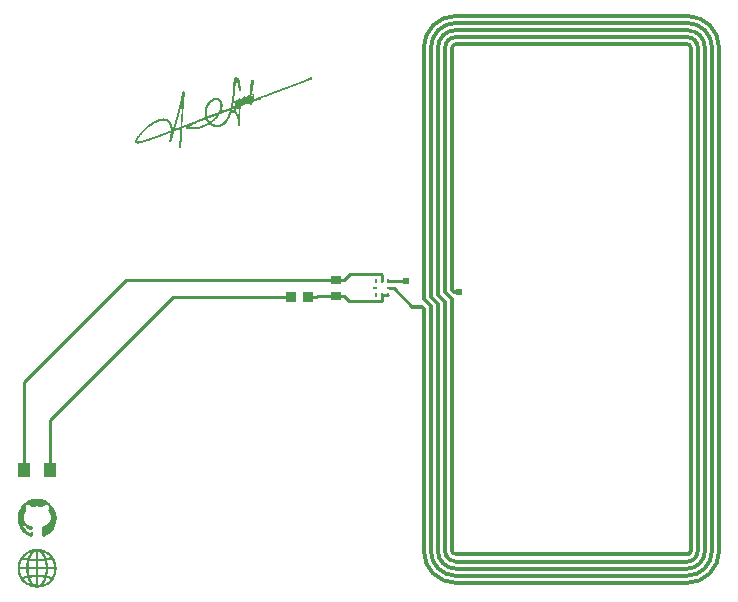
<source format=gtl>
G04 Layer: TopLayer*
G04 EasyEDA v6.5.50, 2025-07-23 08:09:46*
G04 fd94b24a4d154d9d8ede188550dba9a9,10c0a84da6c54f53babc60b4471cdfa3,10*
G04 Gerber Generator version 0.2*
G04 Scale: 100 percent, Rotated: No, Reflected: No *
G04 Dimensions in millimeters *
G04 leading zeros omitted , absolute positions ,4 integer and 5 decimal *
%FSLAX45Y45*%
%MOMM*%

%AMMACRO1*21,1,$1,$2,0,0,$3*%
%ADD10C,0.2540*%
%ADD11C,0.3000*%
%ADD12R,1.0000X1.2500*%
%ADD13C,0.3000*%
%ADD14R,0.9000X0.8000*%
%ADD15MACRO1,0.864X0.8065X-90.0000*%
%ADD16R,0.4000X0.2200*%
%ADD17R,0.2200X0.4000*%
%ADD18R,0.2800X0.4000*%
%ADD19C,0.6200*%
%ADD20C,0.0102*%

%LPD*%
G36*
X2688437Y-4335424D02*
G01*
X2676855Y-4336084D01*
X2665374Y-4337507D01*
X2653995Y-4339793D01*
X2642819Y-4342841D01*
X2631897Y-4346702D01*
X2621280Y-4351274D01*
X2610967Y-4356608D01*
X2601112Y-4362653D01*
X2591663Y-4369358D01*
X2582722Y-4376724D01*
X2574340Y-4384751D01*
X2566517Y-4393285D01*
X2559354Y-4402378D01*
X2552801Y-4411929D01*
X2546959Y-4421936D01*
X2544267Y-4427067D01*
X2539542Y-4437634D01*
X2537409Y-4443018D01*
X2533802Y-4454042D01*
X2530957Y-4465269D01*
X2528925Y-4476648D01*
X2527655Y-4488180D01*
X2527249Y-4499762D01*
X2527655Y-4511344D01*
X2528874Y-4522825D01*
X2529738Y-4528566D01*
X2532176Y-4539894D01*
X2535377Y-4551019D01*
X2539339Y-4561890D01*
X2544064Y-4572457D01*
X2549550Y-4582668D01*
X2555697Y-4592472D01*
X2562555Y-4601819D01*
X2566212Y-4606340D01*
X2574036Y-4614875D01*
X2582418Y-4622901D01*
X2591308Y-4630318D01*
X2600706Y-4637024D01*
X2610612Y-4643120D01*
X2620873Y-4648454D01*
X2631490Y-4653076D01*
X2642412Y-4656988D01*
X2647746Y-4656429D01*
X2652115Y-4653229D01*
X2655062Y-4648504D01*
X2656128Y-4643272D01*
X2656128Y-4621174D01*
X2645308Y-4622800D01*
X2635808Y-4622952D01*
X2627426Y-4621885D01*
X2620213Y-4619802D01*
X2614015Y-4617059D01*
X2608884Y-4613808D01*
X2604668Y-4610354D01*
X2601366Y-4607001D01*
X2598877Y-4603902D01*
X2596235Y-4599686D01*
X2594813Y-4595876D01*
X2592019Y-4589830D01*
X2590342Y-4586986D01*
X2586380Y-4581601D01*
X2581706Y-4576826D01*
X2579166Y-4574692D01*
X2572867Y-4568596D01*
X2573832Y-4565700D01*
X2577642Y-4564786D01*
X2579928Y-4564786D01*
X2582672Y-4565091D01*
X2588056Y-4566462D01*
X2593086Y-4568698D01*
X2597708Y-4571796D01*
X2601722Y-4575556D01*
X2608630Y-4585055D01*
X2612694Y-4589119D01*
X2617216Y-4592370D01*
X2622042Y-4594809D01*
X2627020Y-4596587D01*
X2631998Y-4597704D01*
X2636977Y-4598314D01*
X2641701Y-4598466D01*
X2646121Y-4598212D01*
X2650083Y-4597654D01*
X2653436Y-4596892D01*
X2656128Y-4596028D01*
X2655925Y-4589526D01*
X2656230Y-4586274D01*
X2656789Y-4583074D01*
X2658668Y-4576876D01*
X2659938Y-4573930D01*
X2652318Y-4572355D01*
X2645105Y-4570526D01*
X2638196Y-4568393D01*
X2631694Y-4565954D01*
X2625547Y-4563211D01*
X2619806Y-4560214D01*
X2614422Y-4556912D01*
X2609392Y-4553356D01*
X2604719Y-4549597D01*
X2600502Y-4545533D01*
X2596642Y-4541215D01*
X2593136Y-4536694D01*
X2590088Y-4531969D01*
X2587396Y-4526991D01*
X2585110Y-4521809D01*
X2583281Y-4516475D01*
X2581808Y-4510887D01*
X2580741Y-4505147D01*
X2580132Y-4499203D01*
X2579928Y-4488891D01*
X2580589Y-4480458D01*
X2582113Y-4472127D01*
X2584500Y-4463999D01*
X2587752Y-4456176D01*
X2591765Y-4448708D01*
X2596540Y-4441698D01*
X2602026Y-4435246D01*
X2599334Y-4429404D01*
X2597505Y-4423257D01*
X2596489Y-4416907D01*
X2596388Y-4410506D01*
X2597099Y-4404156D01*
X2598674Y-4397959D01*
X2601112Y-4392015D01*
X2602585Y-4389170D01*
X2604312Y-4386478D01*
X2608224Y-4386630D01*
X2615996Y-4387697D01*
X2619857Y-4388561D01*
X2627325Y-4390948D01*
X2634488Y-4394200D01*
X2641244Y-4398264D01*
X2644394Y-4400550D01*
X2650337Y-4405731D01*
X2653080Y-4408576D01*
X2663088Y-4405630D01*
X2673350Y-4403648D01*
X2678531Y-4402988D01*
X2688996Y-4402378D01*
X2699410Y-4402378D01*
X2709824Y-4402886D01*
X2720136Y-4404258D01*
X2730347Y-4406392D01*
X2735376Y-4407814D01*
X2738120Y-4405020D01*
X2744114Y-4400042D01*
X2750616Y-4395724D01*
X2757576Y-4392218D01*
X2764891Y-4389475D01*
X2772511Y-4387596D01*
X2780233Y-4386630D01*
X2784144Y-4386478D01*
X2787294Y-4392015D01*
X2789682Y-4397908D01*
X2791307Y-4404106D01*
X2792069Y-4410456D01*
X2792069Y-4416806D01*
X2791256Y-4423156D01*
X2790545Y-4426254D01*
X2788462Y-4432300D01*
X2787192Y-4435246D01*
X2792526Y-4441748D01*
X2797200Y-4448759D01*
X2801112Y-4456226D01*
X2804261Y-4464050D01*
X2806547Y-4472178D01*
X2807970Y-4480509D01*
X2808579Y-4488891D01*
X2808325Y-4499203D01*
X2807665Y-4505147D01*
X2806649Y-4510887D01*
X2805176Y-4516475D01*
X2803296Y-4521809D01*
X2801010Y-4526991D01*
X2798368Y-4531969D01*
X2795270Y-4536694D01*
X2791815Y-4541215D01*
X2787954Y-4545533D01*
X2783687Y-4549597D01*
X2779064Y-4553356D01*
X2774035Y-4556912D01*
X2768650Y-4560214D01*
X2762859Y-4563211D01*
X2756712Y-4565954D01*
X2750210Y-4568393D01*
X2743352Y-4570526D01*
X2736088Y-4572355D01*
X2728518Y-4573930D01*
X2730855Y-4579975D01*
X2732176Y-4586274D01*
X2732532Y-4592777D01*
X2732328Y-4596028D01*
X2732430Y-4644948D01*
X2733243Y-4648301D01*
X2734919Y-4651298D01*
X2737256Y-4653788D01*
X2740101Y-4655667D01*
X2743403Y-4656734D01*
X2746806Y-4656988D01*
X2757728Y-4652721D01*
X2768295Y-4647742D01*
X2773476Y-4644999D01*
X2783484Y-4638903D01*
X2793034Y-4632096D01*
X2802077Y-4624679D01*
X2810560Y-4616602D01*
X2818485Y-4607966D01*
X2825750Y-4598822D01*
X2832354Y-4589119D01*
X2838246Y-4579010D01*
X2843428Y-4568494D01*
X2847848Y-4557674D01*
X2851505Y-4546549D01*
X2854299Y-4535170D01*
X2856331Y-4523638D01*
X2857550Y-4512005D01*
X2857957Y-4500321D01*
X2857500Y-4488586D01*
X2856992Y-4482744D01*
X2855264Y-4471162D01*
X2854147Y-4465421D01*
X2851251Y-4454093D01*
X2847543Y-4442968D01*
X2843072Y-4432147D01*
X2837840Y-4421682D01*
X2831846Y-4411624D01*
X2828645Y-4406747D01*
X2821635Y-4397349D01*
X2813964Y-4388459D01*
X2805734Y-4380179D01*
X2801416Y-4376216D01*
X2792323Y-4368850D01*
X2782722Y-4362094D01*
X2772664Y-4356100D01*
X2762250Y-4350766D01*
X2751480Y-4346244D01*
X2740355Y-4342434D01*
X2729077Y-4339437D01*
X2717546Y-4337304D01*
X2711754Y-4336491D01*
X2700070Y-4335576D01*
G37*
G36*
X2682595Y-4759604D02*
G01*
X2682443Y-4759960D01*
X2671673Y-4760874D01*
X2659430Y-4762855D01*
X2650134Y-4765090D01*
X2642108Y-4767376D01*
X2632913Y-4770628D01*
X2630017Y-4771847D01*
X2629509Y-4771847D01*
X2623159Y-4774742D01*
X2612999Y-4779924D01*
X2604871Y-4784699D01*
X2593644Y-4792319D01*
X2582519Y-4801412D01*
X2576372Y-4807254D01*
X2570429Y-4813452D01*
X2563469Y-4821580D01*
X2555217Y-4832807D01*
X2579522Y-4832807D01*
X2579674Y-4832248D01*
X2589377Y-4821682D01*
X2599588Y-4812284D01*
X2608376Y-4805629D01*
X2618943Y-4798771D01*
X2624124Y-4795875D01*
X2631998Y-4792014D01*
X2638704Y-4789271D01*
X2638907Y-4789576D01*
X2632608Y-4798364D01*
X2628188Y-4805781D01*
X2621330Y-4818938D01*
X2618587Y-4825085D01*
X2618232Y-4826254D01*
X2617571Y-4827473D01*
X2616962Y-4829606D01*
X2615996Y-4831740D01*
X2613558Y-4838903D01*
X2612847Y-4840274D01*
X2611374Y-4840173D01*
X2592679Y-4836363D01*
X2579776Y-4833061D01*
X2579522Y-4832807D01*
X2555217Y-4832807D01*
X2548748Y-4843272D01*
X2632760Y-4843272D01*
X2632760Y-4842510D01*
X2636926Y-4831334D01*
X2641803Y-4821174D01*
X2647188Y-4811420D01*
X2651963Y-4804308D01*
X2657297Y-4797755D01*
X2661361Y-4793437D01*
X2667660Y-4788052D01*
X2672232Y-4784953D01*
X2677464Y-4782210D01*
X2682494Y-4780381D01*
X2682697Y-4781092D01*
X2682621Y-4846269D01*
X2702052Y-4846269D01*
X2702052Y-4780889D01*
X2702306Y-4780381D01*
X2706928Y-4782159D01*
X2707436Y-4782159D01*
X2713431Y-4785410D01*
X2719038Y-4789576D01*
X2745892Y-4789576D01*
X2746095Y-4789271D01*
X2750718Y-4791202D01*
X2751074Y-4791202D01*
X2761945Y-4796586D01*
X2772562Y-4802936D01*
X2777947Y-4806746D01*
X2785160Y-4812284D01*
X2789224Y-4815840D01*
X2796946Y-4823206D01*
X2805938Y-4833315D01*
X2805836Y-4833823D01*
X2804922Y-4834280D01*
X2788259Y-4838141D01*
X2773324Y-4840833D01*
X2772105Y-4840833D01*
X2771698Y-4840478D01*
X2771698Y-4839817D01*
X2769616Y-4833721D01*
X2767838Y-4829606D01*
X2766415Y-4825593D01*
X2762554Y-4816906D01*
X2757474Y-4807254D01*
X2754325Y-4801920D01*
X2745892Y-4789576D01*
X2719038Y-4789576D01*
X2723438Y-4793437D01*
X2727909Y-4798212D01*
X2732836Y-4804308D01*
X2737561Y-4811420D01*
X2741980Y-4819192D01*
X2748178Y-4832197D01*
X2752394Y-4843170D01*
X2751988Y-4843576D01*
X2749397Y-4843932D01*
X2726740Y-4845659D01*
X2702509Y-4846675D01*
X2702052Y-4846269D01*
X2682595Y-4846320D01*
X2682443Y-4846523D01*
X2653690Y-4845202D01*
X2632760Y-4843272D01*
X2548748Y-4843272D01*
X2546045Y-4848047D01*
X2539542Y-4861814D01*
X2539542Y-4862322D01*
X2537764Y-4866589D01*
X2534412Y-4876546D01*
X2532126Y-4884775D01*
X2529890Y-4895596D01*
X2528620Y-4903978D01*
X2527655Y-4914747D01*
X2547112Y-4914747D01*
X2547467Y-4908956D01*
X2548077Y-4904130D01*
X2548585Y-4901895D01*
X2548585Y-4900828D01*
X2551176Y-4888992D01*
X2554224Y-4878324D01*
X2558897Y-4865979D01*
X2564739Y-4854295D01*
X2567584Y-4849774D01*
X2582113Y-4853736D01*
X2599029Y-4857597D01*
X2599842Y-4857597D01*
X2607259Y-4859070D01*
X2607564Y-4859680D01*
X2607483Y-4860137D01*
X2777337Y-4860137D01*
X2777642Y-4859680D01*
X2789224Y-4857597D01*
X2806801Y-4853736D01*
X2817926Y-4850688D01*
X2820416Y-4855108D01*
X2824734Y-4863642D01*
X2828188Y-4871669D01*
X2831033Y-4879492D01*
X2831033Y-4880051D01*
X2833166Y-4886909D01*
X2835452Y-4896713D01*
X2837180Y-4908448D01*
X2837688Y-4914747D01*
X2837281Y-4915001D01*
X2784652Y-4915001D01*
X2784144Y-4914595D01*
X2783179Y-4897120D01*
X2782874Y-4895748D01*
X2782062Y-4887874D01*
X2782062Y-4886401D01*
X2780080Y-4873548D01*
X2777337Y-4860137D01*
X2607483Y-4860137D01*
X2604719Y-4874006D01*
X2602280Y-4890770D01*
X2601925Y-4895748D01*
X2601620Y-4897120D01*
X2600617Y-4914595D01*
X2620010Y-4914595D01*
X2620975Y-4898085D01*
X2621280Y-4896713D01*
X2622245Y-4886502D01*
X2623159Y-4881626D01*
X2623362Y-4879492D01*
X2626817Y-4862372D01*
X2627172Y-4862118D01*
X2636164Y-4862931D01*
X2637485Y-4863236D01*
X2652166Y-4864557D01*
X2659735Y-4864862D01*
X2662682Y-4865217D01*
X2682443Y-4865979D01*
X2682697Y-4866284D01*
X2682646Y-4914950D01*
X2702153Y-4914950D01*
X2702153Y-4866081D01*
X2725674Y-4865217D01*
X2729230Y-4864862D01*
X2735986Y-4864557D01*
X2757982Y-4862626D01*
X2760776Y-4875428D01*
X2762656Y-4887874D01*
X2763977Y-4899761D01*
X2764790Y-4914595D01*
X2764434Y-4915001D01*
X2620365Y-4915001D01*
X2620010Y-4914595D01*
X2600617Y-4914595D01*
X2600604Y-4914849D01*
X2599944Y-4915001D01*
X2547315Y-4914900D01*
X2547112Y-4914747D01*
X2527300Y-4914900D01*
X2527300Y-4934508D01*
X2547112Y-4934661D01*
X2547518Y-4934356D01*
X2600248Y-4934356D01*
X2600706Y-4934661D01*
X2620060Y-4934762D01*
X2620365Y-4934356D01*
X2682646Y-4934458D01*
X2682660Y-4982006D01*
X2702052Y-4982006D01*
X2702153Y-4934458D01*
X2764434Y-4934356D01*
X2764739Y-4934762D01*
X2763824Y-4950409D01*
X2760776Y-4972964D01*
X2757982Y-4985766D01*
X2757424Y-4986274D01*
X2733751Y-4983988D01*
X2717241Y-4982870D01*
X2702458Y-4982565D01*
X2702052Y-4982006D01*
X2682660Y-4982006D01*
X2682544Y-4982413D01*
X2664917Y-4982921D01*
X2662174Y-4983226D01*
X2652979Y-4983530D01*
X2637332Y-4984800D01*
X2635656Y-4985156D01*
X2630728Y-4985512D01*
X2627680Y-4985969D01*
X2626766Y-4985766D01*
X2623362Y-4968392D01*
X2622550Y-4962702D01*
X2622245Y-4961890D01*
X2620975Y-4950307D01*
X2620060Y-4934762D01*
X2600708Y-4934762D01*
X2600960Y-4941874D01*
X2602585Y-4959858D01*
X2604312Y-4971491D01*
X2607462Y-4988356D01*
X2606649Y-4988864D01*
X2777083Y-4988864D01*
X2779522Y-4977333D01*
X2782062Y-4962093D01*
X2783332Y-4948275D01*
X2784094Y-4934661D01*
X2784551Y-4934356D01*
X2837281Y-4934356D01*
X2837688Y-4934661D01*
X2837332Y-4940401D01*
X2836722Y-4945227D01*
X2836214Y-4947513D01*
X2836214Y-4948529D01*
X2833420Y-4961534D01*
X2828493Y-4977130D01*
X2825648Y-4983784D01*
X2820111Y-4994910D01*
X2817977Y-4998720D01*
X2817317Y-4998720D01*
X2807462Y-4995773D01*
X2797810Y-4993386D01*
X2780944Y-4989830D01*
X2779979Y-4989830D01*
X2777439Y-4989169D01*
X2777083Y-4988864D01*
X2606649Y-4988864D01*
X2594203Y-4991100D01*
X2584754Y-4993081D01*
X2582722Y-4993690D01*
X2582011Y-4993690D01*
X2574442Y-4995621D01*
X2567990Y-4997551D01*
X2566212Y-4997754D01*
X2563063Y-4992014D01*
X2559558Y-4984750D01*
X2556306Y-4976876D01*
X2553512Y-4968798D01*
X2551023Y-4960162D01*
X2549042Y-4950409D01*
X2548737Y-4949698D01*
X2548382Y-4946294D01*
X2548128Y-4945532D01*
X2547467Y-4940401D01*
X2547112Y-4934661D01*
X2527658Y-4934661D01*
X2528417Y-4943856D01*
X2530551Y-4957673D01*
X2532786Y-4966919D01*
X2534869Y-4974285D01*
X2537764Y-4982819D01*
X2539542Y-4987036D01*
X2539542Y-4987594D01*
X2546045Y-5001361D01*
X2548551Y-5005781D01*
X2632557Y-5005781D01*
X2632557Y-5004816D01*
X2637383Y-5004511D01*
X2639263Y-5004155D01*
X2644902Y-5003850D01*
X2646883Y-5003546D01*
X2652623Y-5003190D01*
X2654096Y-5002885D01*
X2669336Y-5002225D01*
X2682544Y-5001920D01*
X2682697Y-5002428D01*
X2682697Y-5067503D01*
X2702052Y-5067503D01*
X2702052Y-5002326D01*
X2702458Y-5001920D01*
X2713278Y-5002276D01*
X2716834Y-5002580D01*
X2728163Y-5002885D01*
X2729738Y-5003190D01*
X2749296Y-5004816D01*
X2752242Y-5005578D01*
X2746756Y-5019192D01*
X2741980Y-5029098D01*
X2737205Y-5037378D01*
X2732481Y-5044287D01*
X2727807Y-5050231D01*
X2721102Y-5056886D01*
X2716560Y-5060594D01*
X2744622Y-5060594D01*
X2744622Y-5060289D01*
X2749042Y-5054498D01*
X2753715Y-5047488D01*
X2759151Y-5038140D01*
X2765247Y-5025390D01*
X2767177Y-5020767D01*
X2767177Y-5020360D01*
X2767838Y-5019192D01*
X2767838Y-5018786D01*
X2771190Y-5009591D01*
X2772054Y-5007914D01*
X2790088Y-5011470D01*
X2803753Y-5014976D01*
X2804515Y-5014976D01*
X2805887Y-5015585D01*
X2805887Y-5015992D01*
X2801061Y-5021783D01*
X2793847Y-5029250D01*
X2784348Y-5037734D01*
X2778556Y-5042204D01*
X2770276Y-5047894D01*
X2766060Y-5050434D01*
X2757373Y-5055158D01*
X2745689Y-5060391D01*
X2744622Y-5060594D01*
X2716560Y-5060594D01*
X2712466Y-5063337D01*
X2707640Y-5065877D01*
X2702458Y-5067858D01*
X2702052Y-5067503D01*
X2682697Y-5067503D01*
X2682290Y-5067858D01*
X2676499Y-5065572D01*
X2671673Y-5063032D01*
X2667000Y-5059730D01*
X2660853Y-5054244D01*
X2656992Y-5050231D01*
X2651810Y-5043779D01*
X2647492Y-5037328D01*
X2641955Y-5027371D01*
X2636926Y-5016957D01*
X2632710Y-5005882D01*
X2548551Y-5005781D01*
X2554376Y-5015331D01*
X2578201Y-5015331D01*
X2578557Y-5014518D01*
X2595778Y-5010454D01*
X2612694Y-5007559D01*
X2613050Y-5007965D01*
X2613050Y-5008473D01*
X2616454Y-5017820D01*
X2616962Y-5018633D01*
X2618333Y-5022646D01*
X2621635Y-5030063D01*
X2628646Y-5043424D01*
X2635148Y-5053584D01*
X2640177Y-5060289D01*
X2640177Y-5060594D01*
X2639060Y-5060391D01*
X2632354Y-5057495D01*
X2625090Y-5053990D01*
X2618130Y-5050129D01*
X2606548Y-5042509D01*
X2599131Y-5036667D01*
X2590901Y-5029250D01*
X2582722Y-5020614D01*
X2578201Y-5015331D01*
X2554376Y-5015331D01*
X2560015Y-5023459D01*
X2567635Y-5032806D01*
X2576372Y-5042154D01*
X2582519Y-5047945D01*
X2586888Y-5051704D01*
X2594762Y-5057851D01*
X2607665Y-5066487D01*
X2615742Y-5071008D01*
X2629509Y-5077561D01*
X2642819Y-5082184D01*
X2650134Y-5084318D01*
X2659430Y-5086553D01*
X2671673Y-5088483D01*
X2682443Y-5089448D01*
X2682595Y-5089804D01*
X2702204Y-5089804D01*
X2702306Y-5089448D01*
X2713126Y-5088483D01*
X2726588Y-5086248D01*
X2741980Y-5082184D01*
X2754731Y-5077561D01*
X2755290Y-5077561D01*
X2761589Y-5074666D01*
X2771800Y-5069484D01*
X2780842Y-5064099D01*
X2790037Y-5057851D01*
X2798064Y-5051501D01*
X2806700Y-5043779D01*
X2811475Y-5039004D01*
X2819400Y-5030216D01*
X2826156Y-5021529D01*
X2832201Y-5012486D01*
X2837180Y-5004104D01*
X2842361Y-4993843D01*
X2845257Y-4987594D01*
X2849880Y-4974285D01*
X2853893Y-4959096D01*
X2855417Y-4950866D01*
X2856382Y-4943856D01*
X2857144Y-4934610D01*
X2857500Y-4934508D01*
X2857500Y-4914900D01*
X2857144Y-4914747D01*
X2856382Y-4905502D01*
X2854248Y-4891735D01*
X2851658Y-4881422D01*
X2851708Y-4881067D01*
X2849270Y-4873193D01*
X2845257Y-4861814D01*
X2840380Y-4851400D01*
X2833624Y-4839055D01*
X2827121Y-4829251D01*
X2823616Y-4824577D01*
X2815640Y-4814824D01*
X2809849Y-4808677D01*
X2799384Y-4798974D01*
X2790037Y-4791506D01*
X2779064Y-4784140D01*
X2769057Y-4778349D01*
X2755290Y-4771847D01*
X2754731Y-4771847D01*
X2750515Y-4770069D01*
X2741980Y-4767173D01*
X2734614Y-4765090D01*
X2725928Y-4762957D01*
X2715463Y-4761230D01*
X2706979Y-4760264D01*
X2702306Y-4759960D01*
X2702204Y-4759604D01*
G37*
G36*
X4374337Y-764286D02*
G01*
X4372203Y-765657D01*
X4370171Y-766419D01*
X4368952Y-767283D01*
X4367631Y-768604D01*
X4366818Y-769924D01*
X4366514Y-770890D01*
X4362907Y-775766D01*
X4362145Y-777697D01*
X4361332Y-779119D01*
X4360824Y-781100D01*
X4360519Y-784504D01*
X4359046Y-787958D01*
X4358538Y-792378D01*
X4357827Y-794105D01*
X4356862Y-795578D01*
X4356811Y-808380D01*
X4354880Y-811377D01*
X4354880Y-824179D01*
X4352899Y-827125D01*
X4352899Y-847801D01*
X4350918Y-850798D01*
X4350918Y-877366D01*
X4348937Y-880364D01*
X4348937Y-901039D01*
X4347006Y-903986D01*
X4346956Y-922731D01*
X4345025Y-925677D01*
X4345025Y-940460D01*
X4343044Y-943406D01*
X4343044Y-954278D01*
X4341063Y-957224D01*
X4341063Y-970026D01*
X4339082Y-972972D01*
X4339082Y-983843D01*
X4337151Y-986790D01*
X4337100Y-993698D01*
X4335170Y-996645D01*
X4335170Y-1005484D01*
X4333189Y-1008481D01*
X4333189Y-1015339D01*
X4331766Y-1017625D01*
X4331258Y-1019657D01*
X4331157Y-1022045D01*
X4330649Y-1023924D01*
X4329328Y-1026210D01*
X4328668Y-1027836D01*
X4327804Y-1028242D01*
X4325874Y-1028496D01*
X4324248Y-1029004D01*
X4321810Y-1030325D01*
X4320032Y-1030986D01*
X4318914Y-1031748D01*
X4317441Y-1032306D01*
X4316018Y-1032459D01*
X4314393Y-1032967D01*
X4310176Y-1034948D01*
X4308957Y-1035761D01*
X4307078Y-1036269D01*
X4304690Y-1036370D01*
X4302709Y-1036878D01*
X4301185Y-1037691D01*
X4299610Y-1038199D01*
X4298238Y-1038352D01*
X4296664Y-1038860D01*
X4295292Y-1039621D01*
X4293717Y-1040180D01*
X4292346Y-1040333D01*
X4290771Y-1040841D01*
X4288282Y-1042162D01*
X4286554Y-1042822D01*
X4285386Y-1043584D01*
X4283913Y-1044092D01*
X4281678Y-1044498D01*
X4278731Y-1045870D01*
X4275785Y-1046429D01*
X4272838Y-1047851D01*
X4269841Y-1048410D01*
X4266895Y-1049832D01*
X4263948Y-1050391D01*
X4261002Y-1051763D01*
X4258056Y-1052372D01*
X4255008Y-1053795D01*
X4253738Y-1053947D01*
X4252874Y-1053541D01*
X4252468Y-1052677D01*
X4252620Y-1051407D01*
X4254042Y-1048308D01*
X4254652Y-1045413D01*
X4256024Y-1042466D01*
X4256582Y-1039520D01*
X4258005Y-1036319D01*
X4258513Y-1031849D01*
X4259275Y-1030122D01*
X4260240Y-1028649D01*
X4260240Y-1019810D01*
X4262221Y-1016863D01*
X4262221Y-994664D01*
X4260240Y-991717D01*
X4260240Y-982827D01*
X4258868Y-980744D01*
X4258208Y-978865D01*
X4256887Y-976680D01*
X4256379Y-975156D01*
X4256328Y-972819D01*
X4253585Y-969568D01*
X4252518Y-967943D01*
X4252214Y-966978D01*
X4249013Y-962761D01*
X4247388Y-959866D01*
X4244848Y-957071D01*
X4242054Y-954582D01*
X4239158Y-952957D01*
X4235653Y-950163D01*
X4233621Y-949299D01*
X4231436Y-947877D01*
X4229709Y-947318D01*
X4226763Y-945896D01*
X4223359Y-945591D01*
X4221378Y-945083D01*
X4219092Y-943660D01*
X4198874Y-943660D01*
X4196638Y-945083D01*
X4194657Y-945591D01*
X4191254Y-945896D01*
X4188053Y-947318D01*
X4185107Y-947877D01*
X4182364Y-949299D01*
X4180636Y-949858D01*
X4178198Y-951280D01*
X4176674Y-951534D01*
X4175048Y-951534D01*
X4171848Y-954278D01*
X4170222Y-955344D01*
X4169257Y-955649D01*
X4164329Y-959256D01*
X4163263Y-959662D01*
X4156557Y-965098D01*
X4154932Y-966012D01*
X4150004Y-970483D01*
X4143197Y-977290D01*
X4138676Y-982268D01*
X4137812Y-983843D01*
X4132376Y-990600D01*
X4131970Y-991616D01*
X4128363Y-996543D01*
X4127601Y-998423D01*
X4126484Y-1000099D01*
X4125925Y-1001826D01*
X4124553Y-1004011D01*
X4123944Y-1005789D01*
X4122572Y-1007973D01*
X4121962Y-1009700D01*
X4120591Y-1011936D01*
X4120032Y-1013663D01*
X4118406Y-1016304D01*
X4117746Y-1018184D01*
X4116984Y-1019505D01*
X4116425Y-1021080D01*
X4116273Y-1022451D01*
X4115765Y-1024026D01*
X4114952Y-1025550D01*
X4114444Y-1027480D01*
X4114139Y-1030884D01*
X4113377Y-1032611D01*
X4112412Y-1034084D01*
X4112412Y-1040993D01*
X4110431Y-1043940D01*
X4110431Y-1080414D01*
X4128211Y-1080414D01*
X4128211Y-1049375D01*
X4130141Y-1046429D01*
X4130141Y-1039520D01*
X4131513Y-1037336D01*
X4132072Y-1035761D01*
X4132224Y-1034389D01*
X4132732Y-1032814D01*
X4133494Y-1031443D01*
X4134002Y-1029868D01*
X4134154Y-1028446D01*
X4134713Y-1026871D01*
X4135475Y-1025499D01*
X4135983Y-1023924D01*
X4136136Y-1022502D01*
X4136694Y-1021029D01*
X4137964Y-1018794D01*
X4138625Y-1017016D01*
X4139742Y-1015339D01*
X4140301Y-1013612D01*
X4141673Y-1011428D01*
X4142282Y-1009650D01*
X4143654Y-1007465D01*
X4144518Y-1005332D01*
X4147312Y-1001826D01*
X4148734Y-999134D01*
X4152900Y-994206D01*
X4155694Y-990092D01*
X4159402Y-986129D01*
X4163263Y-982573D01*
X4166920Y-980236D01*
X4172712Y-975410D01*
X4174540Y-974648D01*
X4178046Y-971854D01*
X4180128Y-970991D01*
X4182364Y-969568D01*
X4184142Y-969010D01*
X4186783Y-967384D01*
X4188612Y-966724D01*
X4189780Y-965962D01*
X4191254Y-965403D01*
X4192676Y-965250D01*
X4194251Y-964742D01*
X4196435Y-963371D01*
X4203344Y-963371D01*
X4206290Y-961390D01*
X4213707Y-961390D01*
X4215841Y-962761D01*
X4219651Y-963676D01*
X4222038Y-965047D01*
X4223766Y-965606D01*
X4226001Y-966978D01*
X4227271Y-967486D01*
X4229303Y-968908D01*
X4232554Y-971905D01*
X4235399Y-975106D01*
X4236618Y-976934D01*
X4236872Y-977900D01*
X4238294Y-980084D01*
X4238853Y-981862D01*
X4240225Y-984300D01*
X4240834Y-987247D01*
X4242511Y-990244D01*
X4242511Y-999083D01*
X4244492Y-1002080D01*
X4244492Y-1009446D01*
X4242511Y-1012393D01*
X4242511Y-1023264D01*
X4241088Y-1025550D01*
X4240580Y-1027480D01*
X4240276Y-1030884D01*
X4238802Y-1034338D01*
X4238345Y-1038809D01*
X4236872Y-1041450D01*
X4236313Y-1043178D01*
X4234942Y-1045921D01*
X4234332Y-1048918D01*
X4232960Y-1051356D01*
X4232351Y-1053084D01*
X4230979Y-1055268D01*
X4230420Y-1056995D01*
X4229049Y-1059230D01*
X4227728Y-1062177D01*
X4225086Y-1064768D01*
X4223613Y-1065530D01*
X4220616Y-1066190D01*
X4217619Y-1067562D01*
X4214672Y-1068120D01*
X4211726Y-1069543D01*
X4208729Y-1070102D01*
X4205782Y-1071473D01*
X4202836Y-1072083D01*
X4199890Y-1073454D01*
X4196943Y-1074064D01*
X4194200Y-1075436D01*
X4192473Y-1075994D01*
X4190034Y-1077417D01*
X4187088Y-1077976D01*
X4184091Y-1079398D01*
X4181144Y-1079957D01*
X4178198Y-1081328D01*
X4175251Y-1081938D01*
X4172508Y-1083310D01*
X4170781Y-1083919D01*
X4168394Y-1085291D01*
X4165396Y-1085900D01*
X4162653Y-1087272D01*
X4160926Y-1087831D01*
X4158538Y-1089253D01*
X4155541Y-1089812D01*
X4152595Y-1091184D01*
X4149598Y-1091793D01*
X4146905Y-1093165D01*
X4145178Y-1093774D01*
X4142790Y-1095146D01*
X4139844Y-1095705D01*
X4136694Y-1097076D01*
X4134865Y-1097483D01*
X4133342Y-1097432D01*
X4132630Y-1096924D01*
X4130141Y-1092047D01*
X4130141Y-1083360D01*
X4128211Y-1080414D01*
X4110431Y-1080414D01*
X4110431Y-1087780D01*
X4112412Y-1090777D01*
X4112412Y-1097635D01*
X4113784Y-1099870D01*
X4114292Y-1101699D01*
X4114393Y-1104696D01*
X4112158Y-1106525D01*
X4110532Y-1107186D01*
X4109059Y-1107338D01*
X4107434Y-1107846D01*
X4104995Y-1109167D01*
X4103217Y-1109827D01*
X4102100Y-1110589D01*
X4100626Y-1111148D01*
X4099204Y-1111300D01*
X4097578Y-1111808D01*
X4095140Y-1113078D01*
X4094378Y-1113231D01*
X4092295Y-1114552D01*
X4090517Y-1115212D01*
X4087825Y-1116838D01*
X4086047Y-1117396D01*
X4083735Y-1118768D01*
X4139996Y-1118768D01*
X4140250Y-1117854D01*
X4140860Y-1117346D01*
X4145940Y-1115161D01*
X4149090Y-1113485D01*
X4152087Y-1112875D01*
X4155033Y-1111504D01*
X4157979Y-1110894D01*
X4160977Y-1109522D01*
X4163923Y-1108964D01*
X4166615Y-1107541D01*
X4168343Y-1106982D01*
X4170527Y-1105560D01*
X4172305Y-1105001D01*
X4174744Y-1103630D01*
X4177690Y-1103020D01*
X4180687Y-1101648D01*
X4183634Y-1101039D01*
X4186580Y-1099667D01*
X4189526Y-1099108D01*
X4192270Y-1097686D01*
X4193997Y-1097127D01*
X4196384Y-1095705D01*
X4199382Y-1095146D01*
X4202531Y-1093724D01*
X4205427Y-1093419D01*
X4206595Y-1093063D01*
X4207662Y-1092047D01*
X4208932Y-1092149D01*
X4208780Y-1092606D01*
X4204919Y-1096873D01*
X4202125Y-1100988D01*
X4195013Y-1108608D01*
X4183379Y-1120241D01*
X4175506Y-1127658D01*
X4173220Y-1129182D01*
X4170426Y-1131417D01*
X4165701Y-1135684D01*
X4162348Y-1137716D01*
X4157319Y-1142034D01*
X4155643Y-1142746D01*
X4154373Y-1142339D01*
X4153103Y-1141222D01*
X4152188Y-1139952D01*
X4151833Y-1138936D01*
X4150969Y-1137462D01*
X4147718Y-1133805D01*
X4146143Y-1131722D01*
X4145330Y-1129639D01*
X4144010Y-1127506D01*
X4143349Y-1125677D01*
X4142079Y-1123543D01*
X4141927Y-1122781D01*
X4140606Y-1120597D01*
X4139996Y-1118768D01*
X4083608Y-1118819D01*
X4080662Y-1119378D01*
X4077665Y-1120749D01*
X4074718Y-1121359D01*
X4072026Y-1122730D01*
X4070248Y-1123340D01*
X4067860Y-1124712D01*
X4064863Y-1125321D01*
X4062171Y-1126693D01*
X4060393Y-1127252D01*
X4058259Y-1128674D01*
X4056481Y-1129233D01*
X4054297Y-1130604D01*
X4052519Y-1131214D01*
X4050334Y-1132586D01*
X4048607Y-1133195D01*
X4046169Y-1134567D01*
X4043222Y-1135176D01*
X4040479Y-1136548D01*
X4038752Y-1137107D01*
X4036568Y-1138529D01*
X4034790Y-1139088D01*
X4032605Y-1140460D01*
X4030878Y-1141069D01*
X4028440Y-1142441D01*
X4024680Y-1143355D01*
X4022191Y-1144625D01*
X4021480Y-1144778D01*
X4019296Y-1146098D01*
X4017822Y-1146606D01*
X4016400Y-1146759D01*
X4012641Y-1148384D01*
X4009694Y-1148943D01*
X4006443Y-1150569D01*
X4004665Y-1151229D01*
X4003548Y-1151991D01*
X3999026Y-1153210D01*
X3997655Y-1153972D01*
X3996080Y-1154480D01*
X3994708Y-1154633D01*
X3988917Y-1157122D01*
X3987749Y-1157935D01*
X3986276Y-1158443D01*
X3984853Y-1158595D01*
X3983278Y-1159103D01*
X3981907Y-1159865D01*
X3980281Y-1160424D01*
X3978910Y-1160576D01*
X3977335Y-1161084D01*
X3975963Y-1161846D01*
X3971442Y-1163066D01*
X3970070Y-1163828D01*
X3968496Y-1164336D01*
X3967124Y-1164488D01*
X3965498Y-1165047D01*
X3963060Y-1166317D01*
X3961333Y-1166977D01*
X3960164Y-1167790D01*
X3958691Y-1168298D01*
X3957269Y-1168450D01*
X3952697Y-1170279D01*
X3951325Y-1170432D01*
X3949750Y-1170940D01*
X3947312Y-1172210D01*
X3946550Y-1172362D01*
X3944416Y-1173683D01*
X3942892Y-1174191D01*
X3941521Y-1174343D01*
X3939895Y-1174902D01*
X3938524Y-1175664D01*
X3936949Y-1176172D01*
X3935577Y-1176324D01*
X3934002Y-1176883D01*
X3932072Y-1177950D01*
X3930345Y-1178509D01*
X3927906Y-1179880D01*
X3925011Y-1180439D01*
X3922776Y-1181455D01*
X3921963Y-1181506D01*
X3921201Y-1181201D01*
X3921251Y-1173530D01*
X3923182Y-1170584D01*
X3923182Y-1145946D01*
X3925163Y-1143000D01*
X3925163Y-1114399D01*
X3927144Y-1111453D01*
X3927144Y-1088796D01*
X3929126Y-1085850D01*
X3929126Y-1061212D01*
X3931056Y-1058214D01*
X3931107Y-1035558D01*
X3933037Y-1032611D01*
X3933037Y-1005992D01*
X3935018Y-1003046D01*
X3935018Y-984300D01*
X3937000Y-981354D01*
X3937000Y-960678D01*
X3938981Y-957732D01*
X3938981Y-938987D01*
X3940911Y-936040D01*
X3940962Y-919276D01*
X3942892Y-916330D01*
X3942892Y-893724D01*
X3937609Y-888492D01*
X3928668Y-888492D01*
X3926230Y-890676D01*
X3925315Y-891946D01*
X3924554Y-893978D01*
X3923284Y-896061D01*
X3923131Y-896823D01*
X3921455Y-900328D01*
X3920947Y-904748D01*
X3919524Y-908202D01*
X3919016Y-912621D01*
X3918254Y-914349D01*
X3917289Y-915822D01*
X3917289Y-922731D01*
X3915867Y-925017D01*
X3915359Y-926998D01*
X3915257Y-929284D01*
X3914749Y-931265D01*
X3913327Y-933551D01*
X3913327Y-940460D01*
X3911904Y-942746D01*
X3911447Y-944727D01*
X3911295Y-947064D01*
X3910787Y-949045D01*
X3909415Y-951280D01*
X3909364Y-958189D01*
X3907993Y-960475D01*
X3907485Y-962456D01*
X3907180Y-965860D01*
X3906418Y-967587D01*
X3905453Y-969060D01*
X3905453Y-975918D01*
X3904030Y-978204D01*
X3903522Y-980186D01*
X3903218Y-983589D01*
X3901744Y-987044D01*
X3901236Y-991463D01*
X3900119Y-994003D01*
X3899611Y-995984D01*
X3899458Y-998270D01*
X3899001Y-1000252D01*
X3898137Y-1001877D01*
X3897629Y-1003858D01*
X3897325Y-1007211D01*
X3895851Y-1010666D01*
X3895547Y-1014069D01*
X3895039Y-1016050D01*
X3894175Y-1017625D01*
X3893667Y-1019606D01*
X3893362Y-1023010D01*
X3891889Y-1026464D01*
X3891381Y-1030884D01*
X3890264Y-1033424D01*
X3889756Y-1035405D01*
X3889603Y-1037742D01*
X3889146Y-1039672D01*
X3888282Y-1041298D01*
X3887774Y-1043279D01*
X3887470Y-1046632D01*
X3885996Y-1050086D01*
X3885692Y-1053490D01*
X3885184Y-1055471D01*
X3884320Y-1057046D01*
X3883812Y-1059027D01*
X3883507Y-1062431D01*
X3882034Y-1065885D01*
X3881526Y-1070305D01*
X3880408Y-1072845D01*
X3879900Y-1074826D01*
X3879748Y-1077163D01*
X3879291Y-1079093D01*
X3878427Y-1080719D01*
X3877919Y-1082700D01*
X3877614Y-1086053D01*
X3876192Y-1089304D01*
X3875582Y-1092250D01*
X3874160Y-1095451D01*
X3873855Y-1098804D01*
X3873347Y-1100785D01*
X3872484Y-1102410D01*
X3872026Y-1104392D01*
X3871874Y-1106728D01*
X3871366Y-1108659D01*
X3870248Y-1111199D01*
X3869740Y-1115618D01*
X3868318Y-1118819D01*
X3867708Y-1121816D01*
X3866337Y-1124762D01*
X3865422Y-1128522D01*
X3864051Y-1130655D01*
X3864051Y-1137564D01*
X3862679Y-1139748D01*
X3862171Y-1141323D01*
X3862019Y-1142695D01*
X3860190Y-1147216D01*
X3860037Y-1148588D01*
X3858209Y-1153160D01*
X3858056Y-1154531D01*
X3857548Y-1156106D01*
X3856736Y-1157579D01*
X3856228Y-1159560D01*
X3855923Y-1162964D01*
X3854500Y-1166164D01*
X3853891Y-1169111D01*
X3852468Y-1172311D01*
X3851960Y-1176731D01*
X3850538Y-1179931D01*
X3849979Y-1182928D01*
X3848557Y-1186129D01*
X3848252Y-1189482D01*
X3847744Y-1191463D01*
X3846931Y-1192936D01*
X3846017Y-1196695D01*
X3844645Y-1199642D01*
X3844086Y-1202588D01*
X3843477Y-1203858D01*
X3860596Y-1203858D01*
X3860698Y-1202588D01*
X3861866Y-1200048D01*
X3862374Y-1197203D01*
X3863797Y-1194003D01*
X3864101Y-1190599D01*
X3864610Y-1188618D01*
X3865422Y-1187145D01*
X3866642Y-1182624D01*
X3867454Y-1181100D01*
X3867962Y-1179118D01*
X3868064Y-1176832D01*
X3868572Y-1174851D01*
X3869385Y-1173327D01*
X3869893Y-1171752D01*
X3870045Y-1170381D01*
X3871366Y-1167333D01*
X3871874Y-1165352D01*
X3872026Y-1163015D01*
X3872484Y-1161034D01*
X3873347Y-1159459D01*
X3873855Y-1157478D01*
X3874160Y-1154074D01*
X3875582Y-1150874D01*
X3876497Y-1147114D01*
X3877310Y-1145641D01*
X3877818Y-1143660D01*
X3878122Y-1140307D01*
X3879545Y-1137056D01*
X3880104Y-1134110D01*
X3881221Y-1131824D01*
X3881729Y-1129842D01*
X3881882Y-1127556D01*
X3882339Y-1125575D01*
X3883202Y-1123950D01*
X3883710Y-1121968D01*
X3884015Y-1118616D01*
X3885437Y-1115415D01*
X3886047Y-1112418D01*
X3887470Y-1109218D01*
X3887774Y-1105865D01*
X3888282Y-1103884D01*
X3889095Y-1102410D01*
X3889603Y-1100785D01*
X3889756Y-1099413D01*
X3891076Y-1096365D01*
X3891584Y-1094384D01*
X3891737Y-1092047D01*
X3892194Y-1090066D01*
X3893058Y-1088491D01*
X3893565Y-1086510D01*
X3893870Y-1083106D01*
X3895293Y-1079906D01*
X3895902Y-1076960D01*
X3897325Y-1073759D01*
X3897629Y-1070356D01*
X3898137Y-1068374D01*
X3899001Y-1066800D01*
X3899458Y-1064818D01*
X3899611Y-1062482D01*
X3900119Y-1060500D01*
X3900932Y-1058926D01*
X3901440Y-1056944D01*
X3901592Y-1054608D01*
X3902049Y-1052626D01*
X3902862Y-1051153D01*
X3903421Y-1049578D01*
X3903573Y-1048207D01*
X3904081Y-1046581D01*
X3904894Y-1045108D01*
X3905402Y-1043127D01*
X3905707Y-1039774D01*
X3907180Y-1036319D01*
X3907485Y-1032916D01*
X3907993Y-1030935D01*
X3908856Y-1029360D01*
X3909314Y-1027379D01*
X3909466Y-1025042D01*
X3909974Y-1023061D01*
X3910787Y-1021486D01*
X3911295Y-1019505D01*
X3911447Y-1017168D01*
X3911904Y-1015187D01*
X3913276Y-1012088D01*
X3913428Y-1010716D01*
X3913936Y-1009142D01*
X3914749Y-1007668D01*
X3915257Y-1005687D01*
X3915562Y-1002284D01*
X3917035Y-998829D01*
X3917340Y-995476D01*
X3917848Y-993495D01*
X3918661Y-991920D01*
X3919169Y-989990D01*
X3919423Y-986332D01*
X3919677Y-985519D01*
X3920083Y-985113D01*
X3920388Y-985113D01*
X3920794Y-985519D01*
X3921048Y-986485D01*
X3921201Y-995629D01*
X3919270Y-998626D01*
X3919270Y-1027176D01*
X3917289Y-1030122D01*
X3917289Y-1054811D01*
X3915308Y-1057757D01*
X3915308Y-1080414D01*
X3913327Y-1083360D01*
X3913327Y-1106017D01*
X3911396Y-1109014D01*
X3911346Y-1137564D01*
X3909415Y-1140510D01*
X3909364Y-1163218D01*
X3907434Y-1166164D01*
X3907434Y-1186891D01*
X3906469Y-1187704D01*
X3905351Y-1188059D01*
X3904030Y-1188161D01*
X3902456Y-1188669D01*
X3901084Y-1189431D01*
X3899509Y-1189990D01*
X3898087Y-1190142D01*
X3896512Y-1190650D01*
X3894074Y-1191920D01*
X3893362Y-1192072D01*
X3891178Y-1193393D01*
X3889705Y-1193901D01*
X3888282Y-1194054D01*
X3882491Y-1196543D01*
X3881323Y-1197356D01*
X3879850Y-1197864D01*
X3878427Y-1198016D01*
X3873855Y-1199845D01*
X3872484Y-1199997D01*
X3870909Y-1200505D01*
X3866692Y-1202486D01*
X3865473Y-1203299D01*
X3863797Y-1203807D01*
X3843477Y-1203858D01*
X3842816Y-1205585D01*
X3842359Y-1208024D01*
X3842156Y-1210970D01*
X3840632Y-1210970D01*
X3840175Y-1191260D01*
X3838448Y-1188821D01*
X3838448Y-1181912D01*
X3837025Y-1179626D01*
X3836517Y-1177645D01*
X3836415Y-1175359D01*
X3835908Y-1173378D01*
X3835095Y-1171854D01*
X3834587Y-1170279D01*
X3834434Y-1168908D01*
X3833876Y-1167333D01*
X3833114Y-1165961D01*
X3832606Y-1164386D01*
X3832453Y-1163015D01*
X3829964Y-1157224D01*
X3828643Y-1155090D01*
X3828440Y-1154226D01*
X3825849Y-1150924D01*
X3823868Y-1147724D01*
X3818839Y-1142187D01*
X3811422Y-1134770D01*
X3805936Y-1129690D01*
X3804869Y-1128928D01*
X3803954Y-1128674D01*
X3801211Y-1127048D01*
X3799433Y-1126388D01*
X3797300Y-1125067D01*
X3795471Y-1124407D01*
X3794150Y-1123645D01*
X3789578Y-1122426D01*
X3788105Y-1121613D01*
X3786124Y-1121105D01*
X3782771Y-1120800D01*
X3781044Y-1120089D01*
X3779570Y-1119124D01*
X3768699Y-1119073D01*
X3766464Y-1117701D01*
X3764584Y-1117193D01*
X3762501Y-1117193D01*
X3760622Y-1117701D01*
X3758336Y-1119073D01*
X3741623Y-1119124D01*
X3738626Y-1121054D01*
X3731768Y-1121054D01*
X3729482Y-1122476D01*
X3727500Y-1122984D01*
X3724097Y-1123289D01*
X3720896Y-1124712D01*
X3717950Y-1125321D01*
X3715004Y-1126693D01*
X3712057Y-1127252D01*
X3709060Y-1128674D01*
X3706114Y-1129233D01*
X3703421Y-1130604D01*
X3701694Y-1131214D01*
X3699510Y-1132586D01*
X3697732Y-1133195D01*
X3695547Y-1134567D01*
X3693820Y-1135126D01*
X3691128Y-1136751D01*
X3689299Y-1137412D01*
X3688232Y-1138224D01*
X3686403Y-1138885D01*
X3683254Y-1140714D01*
X3681425Y-1141374D01*
X3679291Y-1142644D01*
X3678428Y-1142898D01*
X3673551Y-1146556D01*
X3671570Y-1147267D01*
X3670503Y-1148080D01*
X3668572Y-1148791D01*
X3663696Y-1152448D01*
X3662730Y-1152753D01*
X3658514Y-1155954D01*
X3656076Y-1157122D01*
X3652570Y-1159916D01*
X3649878Y-1161338D01*
X3645001Y-1165555D01*
X3642004Y-1167282D01*
X3637127Y-1171448D01*
X3634130Y-1173175D01*
X3629253Y-1177340D01*
X3627729Y-1178204D01*
X3625342Y-1179982D01*
X3616299Y-1188364D01*
X3612184Y-1191361D01*
X3601821Y-1201318D01*
X3585565Y-1217574D01*
X3575659Y-1227937D01*
X3573779Y-1230579D01*
X3570224Y-1234694D01*
X3564737Y-1240383D01*
X3561029Y-1244549D01*
X3560216Y-1246124D01*
X3558082Y-1248765D01*
X3553764Y-1253490D01*
X3551783Y-1256792D01*
X3547567Y-1261668D01*
X3545840Y-1264716D01*
X3541674Y-1269542D01*
X3539947Y-1272590D01*
X3535781Y-1277416D01*
X3534867Y-1278839D01*
X3534613Y-1279753D01*
X3532987Y-1282496D01*
X3532784Y-1283360D01*
X3529126Y-1288237D01*
X3528923Y-1289100D01*
X3527602Y-1291234D01*
X3526942Y-1293012D01*
X3525316Y-1296263D01*
X3524758Y-1299210D01*
X3523081Y-1302156D01*
X3523081Y-1309319D01*
X3538829Y-1309319D01*
X3539134Y-1307642D01*
X3540506Y-1304594D01*
X3541115Y-1301648D01*
X3542487Y-1299210D01*
X3543046Y-1297432D01*
X3544468Y-1295247D01*
X3545332Y-1293114D01*
X3548126Y-1289659D01*
X3548989Y-1287627D01*
X3550361Y-1285392D01*
X3551224Y-1283258D01*
X3554018Y-1279753D01*
X3555492Y-1277010D01*
X3559657Y-1272184D01*
X3561079Y-1269492D01*
X3563264Y-1266799D01*
X3564788Y-1264056D01*
X3566871Y-1261465D01*
X3569919Y-1258163D01*
X3572052Y-1255522D01*
X3572865Y-1253947D01*
X3576472Y-1249781D01*
X3584092Y-1241755D01*
X3590340Y-1234084D01*
X3600551Y-1223670D01*
X3614115Y-1210716D01*
X3616350Y-1209294D01*
X3620312Y-1205839D01*
X3625799Y-1200454D01*
X3629964Y-1196746D01*
X3631793Y-1195730D01*
X3634587Y-1193495D01*
X3639312Y-1189228D01*
X3642614Y-1187196D01*
X3647490Y-1183030D01*
X3650234Y-1181608D01*
X3653739Y-1178814D01*
X3656431Y-1177340D01*
X3661308Y-1173175D01*
X3664000Y-1171752D01*
X3668217Y-1168501D01*
X3670198Y-1167790D01*
X3671874Y-1166672D01*
X3673906Y-1165809D01*
X3678072Y-1162608D01*
X3680053Y-1161846D01*
X3682187Y-1160576D01*
X3682949Y-1160424D01*
X3685082Y-1159103D01*
X3687978Y-1157935D01*
X3689045Y-1157122D01*
X3690823Y-1156462D01*
X3694023Y-1154633D01*
X3695852Y-1153972D01*
X3697020Y-1153210D01*
X3698544Y-1152702D01*
X3700881Y-1152601D01*
X3705453Y-1148638D01*
X3707739Y-1148588D01*
X3709365Y-1148029D01*
X3711295Y-1146962D01*
X3713022Y-1146403D01*
X3715461Y-1144981D01*
X3718407Y-1144422D01*
X3721658Y-1143000D01*
X3726078Y-1142492D01*
X3729278Y-1141069D01*
X3732225Y-1140460D01*
X3733749Y-1139799D01*
X3735222Y-1138834D01*
X3746042Y-1138783D01*
X3748989Y-1136853D01*
X3772154Y-1136853D01*
X3774440Y-1138224D01*
X3776421Y-1138732D01*
X3778758Y-1138885D01*
X3780739Y-1139342D01*
X3782212Y-1140155D01*
X3783837Y-1140714D01*
X3785209Y-1140866D01*
X3786733Y-1141374D01*
X3788918Y-1142644D01*
X3790746Y-1143355D01*
X3792931Y-1144625D01*
X3793896Y-1144930D01*
X3799687Y-1149756D01*
X3802227Y-1151077D01*
X3803497Y-1152093D01*
X3804513Y-1153363D01*
X3805783Y-1155903D01*
X3809949Y-1160729D01*
X3810863Y-1162202D01*
X3811117Y-1163167D01*
X3812743Y-1165910D01*
X3813403Y-1167688D01*
X3814165Y-1168857D01*
X3814724Y-1170330D01*
X3814876Y-1171752D01*
X3815384Y-1173327D01*
X3816654Y-1175816D01*
X3816807Y-1176528D01*
X3818737Y-1179322D01*
X3818737Y-1186332D01*
X3820160Y-1188618D01*
X3820617Y-1190599D01*
X3820769Y-1192936D01*
X3821277Y-1194917D01*
X3822649Y-1197203D01*
X3822649Y-1219149D01*
X3815435Y-1222197D01*
X3814318Y-1222959D01*
X3812844Y-1223467D01*
X3811422Y-1223619D01*
X3809796Y-1224178D01*
X3807358Y-1225448D01*
X3805580Y-1226108D01*
X3804462Y-1226921D01*
X3802989Y-1227429D01*
X3801567Y-1227582D01*
X3799941Y-1228090D01*
X3798570Y-1228852D01*
X3796995Y-1229410D01*
X3795623Y-1229563D01*
X3794048Y-1230071D01*
X3787952Y-1233119D01*
X3785006Y-1233728D01*
X3782263Y-1235100D01*
X3780536Y-1235659D01*
X3778097Y-1237081D01*
X3775151Y-1237640D01*
X3772154Y-1239012D01*
X3769207Y-1239621D01*
X3764229Y-1241907D01*
X3763060Y-1242669D01*
X3761587Y-1243177D01*
X3760165Y-1243330D01*
X3758539Y-1243888D01*
X3756101Y-1245158D01*
X3754374Y-1245819D01*
X3753205Y-1246632D01*
X3751732Y-1247140D01*
X3750310Y-1247292D01*
X3748684Y-1247800D01*
X3745026Y-1249476D01*
X3742639Y-1250848D01*
X3739642Y-1251458D01*
X3736898Y-1252829D01*
X3735171Y-1253439D01*
X3732784Y-1254810D01*
X3729786Y-1255369D01*
X3726840Y-1256792D01*
X3723843Y-1257350D01*
X3720642Y-1258976D01*
X3718864Y-1259636D01*
X3717747Y-1260398D01*
X3716223Y-1260957D01*
X3714851Y-1261110D01*
X3713226Y-1261618D01*
X3711854Y-1262380D01*
X3710279Y-1262888D01*
X3708908Y-1263040D01*
X3704336Y-1264869D01*
X3702964Y-1265021D01*
X3701389Y-1265580D01*
X3700018Y-1266342D01*
X3698443Y-1266850D01*
X3697071Y-1267002D01*
X3695496Y-1267510D01*
X3694125Y-1268272D01*
X3692550Y-1268831D01*
X3691128Y-1268984D01*
X3689553Y-1269492D01*
X3687114Y-1270762D01*
X3685895Y-1271168D01*
X3683508Y-1272540D01*
X3680510Y-1273149D01*
X3677564Y-1274521D01*
X3674567Y-1275080D01*
X3671620Y-1276502D01*
X3668674Y-1277061D01*
X3665982Y-1278432D01*
X3664204Y-1279042D01*
X3661816Y-1280414D01*
X3658819Y-1281023D01*
X3655872Y-1282395D01*
X3652926Y-1283004D01*
X3649929Y-1284376D01*
X3646982Y-1284935D01*
X3644696Y-1286052D01*
X3642715Y-1286560D01*
X3640429Y-1286713D01*
X3638448Y-1287170D01*
X3635857Y-1288542D01*
X3634130Y-1289202D01*
X3632962Y-1289964D01*
X3631488Y-1290523D01*
X3630066Y-1290675D01*
X3628491Y-1291183D01*
X3627069Y-1291945D01*
X3625494Y-1292453D01*
X3624122Y-1292606D01*
X3622548Y-1293164D01*
X3621074Y-1293977D01*
X3619093Y-1294434D01*
X3616756Y-1294587D01*
X3614775Y-1295095D01*
X3613302Y-1295908D01*
X3611727Y-1296416D01*
X3610356Y-1296568D01*
X3608730Y-1297076D01*
X3607358Y-1297838D01*
X3605784Y-1298397D01*
X3604412Y-1298549D01*
X3602837Y-1299057D01*
X3601465Y-1299819D01*
X3596944Y-1301038D01*
X3595420Y-1301851D01*
X3593439Y-1302359D01*
X3591153Y-1302461D01*
X3589172Y-1302969D01*
X3587648Y-1303782D01*
X3586073Y-1304290D01*
X3584701Y-1304442D01*
X3583127Y-1305001D01*
X3581755Y-1305763D01*
X3580180Y-1306271D01*
X3578809Y-1306423D01*
X3577234Y-1306931D01*
X3575050Y-1308303D01*
X3568141Y-1308303D01*
X3565194Y-1310284D01*
X3558286Y-1310284D01*
X3555339Y-1312265D01*
X3544214Y-1312214D01*
X3540150Y-1311910D01*
X3539439Y-1311656D01*
X3538982Y-1310741D01*
X3538829Y-1309319D01*
X3523081Y-1309319D01*
X3523081Y-1320698D01*
X3526637Y-1324406D01*
X3528466Y-1325829D01*
X3530549Y-1326642D01*
X3532632Y-1327962D01*
X3534511Y-1328623D01*
X3536594Y-1329994D01*
X3554831Y-1329994D01*
X3557778Y-1328013D01*
X3564686Y-1328013D01*
X3566972Y-1326591D01*
X3568954Y-1326134D01*
X3571290Y-1325981D01*
X3573272Y-1325473D01*
X3576320Y-1324152D01*
X3577691Y-1324000D01*
X3579266Y-1323492D01*
X3580790Y-1322679D01*
X3582771Y-1322171D01*
X3586124Y-1321866D01*
X3589324Y-1320444D01*
X3592322Y-1319834D01*
X3595268Y-1318463D01*
X3598214Y-1317904D01*
X3601415Y-1316431D01*
X3605834Y-1315923D01*
X3609848Y-1314297D01*
X3611219Y-1314145D01*
X3612794Y-1313637D01*
X3614165Y-1312875D01*
X3615740Y-1312316D01*
X3617112Y-1312164D01*
X3618687Y-1311656D01*
X3620109Y-1310894D01*
X3624630Y-1309674D01*
X3626002Y-1308912D01*
X3627577Y-1308404D01*
X3628948Y-1308252D01*
X3634740Y-1305763D01*
X3636518Y-1304391D01*
X3643528Y-1304391D01*
X3645662Y-1303020D01*
X3647998Y-1302105D01*
X3650437Y-1300734D01*
X3654196Y-1299819D01*
X3655568Y-1299057D01*
X3657142Y-1298549D01*
X3658514Y-1298397D01*
X3664305Y-1295908D01*
X3665575Y-1295044D01*
X3667404Y-1294587D01*
X3669792Y-1294434D01*
X3671824Y-1293977D01*
X3678021Y-1290878D01*
X3680968Y-1290269D01*
X3683711Y-1288897D01*
X3685438Y-1288338D01*
X3687876Y-1286916D01*
X3690823Y-1286357D01*
X3693820Y-1284935D01*
X3696766Y-1284376D01*
X3699459Y-1283004D01*
X3701237Y-1282395D01*
X3703624Y-1281023D01*
X3707384Y-1280109D01*
X3708806Y-1279347D01*
X3710381Y-1278839D01*
X3711752Y-1278686D01*
X3713327Y-1278128D01*
X3714699Y-1277366D01*
X3716274Y-1276858D01*
X3717645Y-1276705D01*
X3719220Y-1276197D01*
X3720592Y-1275435D01*
X3722166Y-1274876D01*
X3723589Y-1274724D01*
X3725164Y-1274216D01*
X3731463Y-1271117D01*
X3734866Y-1270812D01*
X3736848Y-1270304D01*
X3739438Y-1268984D01*
X3740150Y-1268831D01*
X3742283Y-1267510D01*
X3744061Y-1266850D01*
X3746246Y-1265529D01*
X3747770Y-1265021D01*
X3749141Y-1264869D01*
X3750767Y-1264361D01*
X3752138Y-1263599D01*
X3753713Y-1263040D01*
X3755085Y-1262888D01*
X3756710Y-1262380D01*
X3759149Y-1261110D01*
X3759860Y-1260957D01*
X3762044Y-1259636D01*
X3763518Y-1259128D01*
X3764940Y-1258976D01*
X3769512Y-1257147D01*
X3770884Y-1256995D01*
X3772458Y-1256487D01*
X3774897Y-1255166D01*
X3776675Y-1254506D01*
X3778808Y-1253185D01*
X3780586Y-1252524D01*
X3781755Y-1251762D01*
X3783228Y-1251254D01*
X3785463Y-1250848D01*
X3788410Y-1249476D01*
X3791356Y-1248867D01*
X3794099Y-1247495D01*
X3795826Y-1246936D01*
X3798265Y-1245514D01*
X3801211Y-1244955D01*
X3804462Y-1243330D01*
X3806240Y-1242669D01*
X3807358Y-1241907D01*
X3811879Y-1240688D01*
X3813251Y-1239926D01*
X3814775Y-1239418D01*
X3816146Y-1239266D01*
X3820718Y-1237488D01*
X3822395Y-1237589D01*
X3822700Y-1249730D01*
X3820718Y-1252982D01*
X3820668Y-1265682D01*
X3818737Y-1268628D01*
X3818737Y-1277518D01*
X3816756Y-1280464D01*
X3816756Y-1289354D01*
X3815384Y-1291488D01*
X3814876Y-1293114D01*
X3814724Y-1294485D01*
X3814165Y-1296060D01*
X3813403Y-1297432D01*
X3812895Y-1299057D01*
X3812743Y-1300429D01*
X3812235Y-1301953D01*
X3811117Y-1303629D01*
X3810558Y-1305356D01*
X3809136Y-1308252D01*
X3808882Y-1310284D01*
X3809136Y-1312316D01*
X3811371Y-1317294D01*
X3814318Y-1320139D01*
X3823309Y-1320139D01*
X3828592Y-1314856D01*
X3828643Y-1312418D01*
X3829202Y-1310741D01*
X3829964Y-1309370D01*
X3830472Y-1307795D01*
X3830624Y-1306372D01*
X3831132Y-1304798D01*
X3831945Y-1303324D01*
X3832453Y-1301343D01*
X3832606Y-1299006D01*
X3833063Y-1297025D01*
X3833876Y-1295552D01*
X3834434Y-1293977D01*
X3834587Y-1292606D01*
X3835095Y-1291031D01*
X3835857Y-1289659D01*
X3836771Y-1285900D01*
X3838194Y-1282700D01*
X3838498Y-1279296D01*
X3839006Y-1277315D01*
X3839819Y-1275842D01*
X3840327Y-1274267D01*
X3840479Y-1272895D01*
X3842105Y-1268882D01*
X3842613Y-1264462D01*
X3844086Y-1261008D01*
X3844391Y-1257604D01*
X3844899Y-1255674D01*
X3845712Y-1254150D01*
X3846931Y-1249629D01*
X3847693Y-1248257D01*
X3848201Y-1246682D01*
X3848354Y-1245311D01*
X3849725Y-1242212D01*
X3850182Y-1240231D01*
X3850335Y-1237894D01*
X3850843Y-1235913D01*
X3852164Y-1232865D01*
X3852316Y-1231493D01*
X3852824Y-1229918D01*
X3853586Y-1228547D01*
X3854145Y-1226921D01*
X3854399Y-1224991D01*
X3854805Y-1224127D01*
X3856939Y-1223264D01*
X3859326Y-1221892D01*
X3863136Y-1220978D01*
X3867353Y-1218996D01*
X3868470Y-1218234D01*
X3869944Y-1217726D01*
X3871366Y-1217574D01*
X3872992Y-1217015D01*
X3874922Y-1215948D01*
X3876649Y-1215390D01*
X3879037Y-1214018D01*
X3882034Y-1213408D01*
X3884980Y-1212037D01*
X3887978Y-1211427D01*
X3890924Y-1210056D01*
X3893870Y-1209446D01*
X3896614Y-1208074D01*
X3898341Y-1207516D01*
X3901033Y-1205890D01*
X3902659Y-1205331D01*
X3903878Y-1204518D01*
X3904691Y-1204518D01*
X3905453Y-1204823D01*
X3905453Y-1222349D01*
X3903472Y-1225296D01*
X3903472Y-1247952D01*
X3901541Y-1250899D01*
X3901490Y-1277518D01*
X3899560Y-1280464D01*
X3899509Y-1305102D01*
X3897579Y-1308049D01*
X3897579Y-1330756D01*
X3895598Y-1333703D01*
X3895598Y-1359916D01*
X3897934Y-1363218D01*
X3900881Y-1363472D01*
X3906062Y-1363472D01*
X3909009Y-1363218D01*
X3909415Y-1362964D01*
X3911142Y-1359611D01*
X3911600Y-1355140D01*
X3912362Y-1353413D01*
X3913327Y-1351940D01*
X3913327Y-1315466D01*
X3915308Y-1312519D01*
X3915308Y-1276045D01*
X3917289Y-1273098D01*
X3917289Y-1240536D01*
X3919270Y-1237589D01*
X3919270Y-1205077D01*
X3920591Y-1202893D01*
X3921150Y-1201318D01*
X3921251Y-1199997D01*
X3921607Y-1198880D01*
X3922420Y-1198118D01*
X3923944Y-1197660D01*
X3926586Y-1196187D01*
X3931056Y-1195730D01*
X3936339Y-1193393D01*
X3937457Y-1192631D01*
X3938930Y-1192072D01*
X3940352Y-1191920D01*
X3941978Y-1191412D01*
X3943350Y-1190650D01*
X3944924Y-1190142D01*
X3946296Y-1189990D01*
X3947871Y-1189431D01*
X3950411Y-1188161D01*
X3951986Y-1187653D01*
X3952951Y-1186840D01*
X3953814Y-1186586D01*
X3954729Y-1186586D01*
X3954729Y-1189075D01*
X3980332Y-1189075D01*
X3980738Y-1188618D01*
X3983278Y-1187450D01*
X3986834Y-1184706D01*
X3989273Y-1183538D01*
X3993438Y-1180338D01*
X3994353Y-1180134D01*
X3996537Y-1178814D01*
X3998417Y-1178052D01*
X4003294Y-1174445D01*
X4005275Y-1173683D01*
X4007459Y-1172413D01*
X4008678Y-1172006D01*
X4010863Y-1170635D01*
X4012641Y-1170025D01*
X4014825Y-1168654D01*
X4016552Y-1168095D01*
X4019245Y-1166469D01*
X4021074Y-1165809D01*
X4023207Y-1164488D01*
X4024071Y-1164285D01*
X4025595Y-1163218D01*
X4028643Y-1160475D01*
X4032046Y-1160475D01*
X4035247Y-1157732D01*
X4036872Y-1156716D01*
X4038803Y-1155954D01*
X4040936Y-1154633D01*
X4042765Y-1153972D01*
X4043883Y-1153210D01*
X4045407Y-1152652D01*
X4046778Y-1152499D01*
X4048404Y-1151991D01*
X4049776Y-1151229D01*
X4051350Y-1150721D01*
X4052722Y-1150569D01*
X4058513Y-1148080D01*
X4059682Y-1147267D01*
X4061155Y-1146759D01*
X4062577Y-1146606D01*
X4067149Y-1144778D01*
X4068521Y-1144625D01*
X4070096Y-1144117D01*
X4074312Y-1142136D01*
X4075429Y-1141374D01*
X4076903Y-1140866D01*
X4078325Y-1140714D01*
X4079951Y-1140155D01*
X4082389Y-1138885D01*
X4084167Y-1138224D01*
X4085285Y-1137412D01*
X4086758Y-1136904D01*
X4088180Y-1136751D01*
X4089806Y-1136243D01*
X4091178Y-1135481D01*
X4092752Y-1134922D01*
X4094124Y-1134770D01*
X4095699Y-1134262D01*
X4101795Y-1131214D01*
X4104741Y-1130604D01*
X4107738Y-1129233D01*
X4110685Y-1128674D01*
X4113428Y-1127252D01*
X4115155Y-1126693D01*
X4117695Y-1125270D01*
X4119626Y-1125016D01*
X4121759Y-1125016D01*
X4122318Y-1126998D01*
X4123690Y-1129385D01*
X4124299Y-1131163D01*
X4125620Y-1133297D01*
X4126382Y-1135227D01*
X4127398Y-1136751D01*
X4128973Y-1138529D01*
X4129989Y-1140104D01*
X4130294Y-1141069D01*
X4133951Y-1146048D01*
X4134662Y-1147775D01*
X4137558Y-1151178D01*
X4138015Y-1152652D01*
X4137660Y-1153972D01*
X4137237Y-1154582D01*
X4169562Y-1154582D01*
X4169968Y-1153210D01*
X4171086Y-1151890D01*
X4172407Y-1151026D01*
X4173423Y-1150620D01*
X4175455Y-1149197D01*
X4183024Y-1142238D01*
X4187240Y-1139342D01*
X4194860Y-1132382D01*
X4196943Y-1130909D01*
X4198061Y-1130452D01*
X4199483Y-1129334D01*
X4200652Y-1127963D01*
X4201769Y-1125677D01*
X4206798Y-1120140D01*
X4214825Y-1111961D01*
X4220057Y-1106220D01*
X4222648Y-1102410D01*
X4226509Y-1097788D01*
X4226966Y-1096619D01*
X4232402Y-1089914D01*
X4232808Y-1088847D01*
X4235399Y-1085494D01*
X4236415Y-1083868D01*
X4236720Y-1082954D01*
X4237482Y-1081735D01*
X4238650Y-1080566D01*
X4239869Y-1079804D01*
X4240733Y-1079601D01*
X4243730Y-1077976D01*
X4246676Y-1077417D01*
X4249674Y-1075994D01*
X4252620Y-1075436D01*
X4257598Y-1073150D01*
X4258767Y-1072388D01*
X4260240Y-1071880D01*
X4261662Y-1071727D01*
X4263237Y-1071168D01*
X4265726Y-1069898D01*
X4266438Y-1069746D01*
X4269333Y-1068120D01*
X4272330Y-1067562D01*
X4275277Y-1066139D01*
X4278223Y-1065580D01*
X4281170Y-1064209D01*
X4284167Y-1063599D01*
X4286859Y-1062228D01*
X4288586Y-1061618D01*
X4291025Y-1060246D01*
X4293971Y-1059688D01*
X4296968Y-1058265D01*
X4299915Y-1057706D01*
X4302658Y-1056335D01*
X4304385Y-1055725D01*
X4306773Y-1054354D01*
X4309770Y-1053744D01*
X4312716Y-1052372D01*
X4315663Y-1051763D01*
X4318457Y-1050391D01*
X4320184Y-1049883D01*
X4321556Y-1048867D01*
X4322419Y-1048613D01*
X4323334Y-1048613D01*
X4323232Y-1051661D01*
X4322741Y-1053490D01*
X4341571Y-1053490D01*
X4341622Y-1052728D01*
X4342384Y-1051661D01*
X4343654Y-1044956D01*
X4345381Y-1040790D01*
X4345990Y-1040333D01*
X4348073Y-1039621D01*
X4350461Y-1038352D01*
X4352239Y-1037691D01*
X4353356Y-1036929D01*
X4354830Y-1036370D01*
X4356252Y-1036218D01*
X4357878Y-1035710D01*
X4360367Y-1034440D01*
X4361129Y-1034389D01*
X4363008Y-1035303D01*
X4346752Y-1051610D01*
X4344212Y-1052322D01*
X4343095Y-1052982D01*
X4342282Y-1053998D01*
X4341876Y-1053947D01*
X4341571Y-1053490D01*
X4322724Y-1053541D01*
X4321752Y-1055522D01*
X4368647Y-1055522D01*
X4368647Y-1052779D01*
X4375505Y-1045921D01*
X4378147Y-1042822D01*
X4378756Y-1041450D01*
X4380331Y-1039317D01*
X4382617Y-1036828D01*
X4384192Y-1034694D01*
X4384649Y-1033526D01*
X4390085Y-1026820D01*
X4390440Y-1025804D01*
X4391202Y-1024585D01*
X4392422Y-1023366D01*
X4393590Y-1022603D01*
X4394454Y-1022451D01*
X4396689Y-1021130D01*
X4398619Y-1020470D01*
X4400804Y-1019149D01*
X4401464Y-1019352D01*
X4401972Y-1020368D01*
X4402074Y-1022096D01*
X4401667Y-1023823D01*
X4400194Y-1026312D01*
X4400194Y-1082395D01*
X4398975Y-1084326D01*
X4398365Y-1086612D01*
X4397654Y-1091031D01*
X4397400Y-1091387D01*
X4396841Y-1091082D01*
X4395927Y-1088847D01*
X4394555Y-1086561D01*
X4393996Y-1084834D01*
X4392625Y-1082649D01*
X4392015Y-1080922D01*
X4390644Y-1078687D01*
X4390034Y-1076960D01*
X4388662Y-1074775D01*
X4387799Y-1072692D01*
X4385005Y-1069238D01*
X4383481Y-1066241D01*
X4380941Y-1064006D01*
X4379417Y-1063548D01*
X4378858Y-1063040D01*
X4378045Y-1060958D01*
X4375607Y-1058468D01*
X4373626Y-1057706D01*
X4371340Y-1056335D01*
X4368647Y-1055522D01*
X4321752Y-1055522D01*
X4321048Y-1058722D01*
X4319676Y-1061669D01*
X4319066Y-1064615D01*
X4317695Y-1067612D01*
X4317136Y-1070559D01*
X4315510Y-1074318D01*
X4315358Y-1075690D01*
X4314850Y-1077264D01*
X4314088Y-1078636D01*
X4313529Y-1080262D01*
X4313377Y-1081633D01*
X4312869Y-1083157D01*
X4311599Y-1085342D01*
X4310888Y-1087170D01*
X4309618Y-1089304D01*
X4308906Y-1091082D01*
X4307636Y-1093165D01*
X4307484Y-1093927D01*
X4305858Y-1097178D01*
X4305300Y-1100175D01*
X4303877Y-1102563D01*
X4303318Y-1104341D01*
X4301947Y-1106525D01*
X4301337Y-1108252D01*
X4299966Y-1110488D01*
X4299356Y-1112215D01*
X4297984Y-1114450D01*
X4297121Y-1116533D01*
X4294327Y-1120038D01*
X4293463Y-1122070D01*
X4292092Y-1124305D01*
X4291787Y-1125270D01*
X4290923Y-1126744D01*
X4286758Y-1131570D01*
X4284726Y-1134922D01*
X4280458Y-1139647D01*
X4278223Y-1142441D01*
X4277461Y-1144016D01*
X4275582Y-1146302D01*
X4273042Y-1148740D01*
X4270908Y-1150366D01*
X4269638Y-1150924D01*
X4261154Y-1158189D01*
X4258970Y-1159103D01*
X4256836Y-1160424D01*
X4255008Y-1161084D01*
X4252874Y-1162354D01*
X4251096Y-1163066D01*
X4248912Y-1164336D01*
X4248200Y-1164488D01*
X4245254Y-1166114D01*
X4242257Y-1166672D01*
X4238498Y-1168298D01*
X4237126Y-1168450D01*
X4235551Y-1168958D01*
X4233367Y-1170330D01*
X4222750Y-1170330D01*
X4218838Y-1172565D01*
X4214977Y-1170330D01*
X4202328Y-1170330D01*
X4200093Y-1168908D01*
X4198112Y-1168450D01*
X4195775Y-1168298D01*
X4193794Y-1167790D01*
X4191508Y-1166672D01*
X4188510Y-1166114D01*
X4185615Y-1164488D01*
X4183786Y-1163828D01*
X4181652Y-1162558D01*
X4179824Y-1161846D01*
X4177690Y-1160576D01*
X4176928Y-1160424D01*
X4174794Y-1159103D01*
X4171746Y-1157732D01*
X4170426Y-1156563D01*
X4169664Y-1155242D01*
X4169562Y-1154582D01*
X4137202Y-1154633D01*
X4135882Y-1155750D01*
X4134662Y-1156462D01*
X4133850Y-1156614D01*
X4131157Y-1158240D01*
X4129430Y-1158798D01*
X4127246Y-1160170D01*
X4125468Y-1160780D01*
X4123283Y-1162151D01*
X4121251Y-1163015D01*
X4117746Y-1165809D01*
X4115663Y-1166672D01*
X4113428Y-1168095D01*
X4111701Y-1168654D01*
X4109262Y-1170076D01*
X4106265Y-1170635D01*
X4103522Y-1172006D01*
X4101795Y-1172616D01*
X4099407Y-1173988D01*
X4096410Y-1174597D01*
X4093667Y-1175969D01*
X4091940Y-1176528D01*
X4089552Y-1177950D01*
X4086555Y-1178509D01*
X4083354Y-1179931D01*
X4079951Y-1180236D01*
X4077970Y-1180744D01*
X4075429Y-1182065D01*
X4074668Y-1182217D01*
X4072534Y-1183538D01*
X4071061Y-1184046D01*
X4069638Y-1184198D01*
X4068013Y-1184757D01*
X4065828Y-1186078D01*
X4058970Y-1186129D01*
X4055973Y-1188059D01*
X4049115Y-1188110D01*
X4046118Y-1190040D01*
X4039362Y-1190040D01*
X4036161Y-1192022D01*
X3985564Y-1192022D01*
X3983736Y-1190752D01*
X3981196Y-1189685D01*
X3980332Y-1189075D01*
X3954729Y-1189075D01*
X3954729Y-1196644D01*
X3963924Y-1205839D01*
X3966362Y-1205890D01*
X3968089Y-1206449D01*
X3970274Y-1207770D01*
X3979113Y-1207820D01*
X3982059Y-1209751D01*
X4025950Y-1209751D01*
X4028897Y-1207820D01*
X4039717Y-1207770D01*
X4042714Y-1205839D01*
X4053535Y-1205788D01*
X4056481Y-1203858D01*
X4063390Y-1203858D01*
X4065574Y-1202486D01*
X4070096Y-1201267D01*
X4071569Y-1200454D01*
X4073550Y-1199946D01*
X4076954Y-1199642D01*
X4080154Y-1198219D01*
X4083100Y-1197660D01*
X4086860Y-1196035D01*
X4088231Y-1195882D01*
X4089806Y-1195374D01*
X4091178Y-1194612D01*
X4092752Y-1194054D01*
X4094124Y-1193901D01*
X4095699Y-1193393D01*
X4098188Y-1192123D01*
X4098899Y-1191971D01*
X4101084Y-1190650D01*
X4102557Y-1190142D01*
X4103979Y-1189990D01*
X4105554Y-1189431D01*
X4106926Y-1188669D01*
X4108500Y-1188161D01*
X4109923Y-1188008D01*
X4111498Y-1187450D01*
X4113428Y-1186383D01*
X4115155Y-1185824D01*
X4117340Y-1184452D01*
X4119067Y-1183843D01*
X4121251Y-1182471D01*
X4123029Y-1181862D01*
X4125214Y-1180490D01*
X4126941Y-1179880D01*
X4129176Y-1178509D01*
X4131208Y-1177645D01*
X4134662Y-1174851D01*
X4136796Y-1173988D01*
X4138980Y-1172616D01*
X4140758Y-1172006D01*
X4142994Y-1170635D01*
X4144975Y-1169822D01*
X4148074Y-1167231D01*
X4149750Y-1166418D01*
X4151274Y-1166215D01*
X4152493Y-1166368D01*
X4154017Y-1167485D01*
X4158437Y-1171498D01*
X4161078Y-1172870D01*
X4164584Y-1175664D01*
X4166615Y-1176528D01*
X4169359Y-1178153D01*
X4171137Y-1178814D01*
X4173270Y-1180134D01*
X4175099Y-1180795D01*
X4177182Y-1182116D01*
X4179062Y-1182776D01*
X4180382Y-1183538D01*
X4181957Y-1184046D01*
X4183329Y-1184198D01*
X4184904Y-1184757D01*
X4186275Y-1185519D01*
X4187850Y-1186027D01*
X4189222Y-1186180D01*
X4190796Y-1186738D01*
X4192981Y-1188059D01*
X4199890Y-1188110D01*
X4202836Y-1190040D01*
X4232910Y-1190040D01*
X4235196Y-1188618D01*
X4237177Y-1188161D01*
X4239463Y-1188008D01*
X4241444Y-1187500D01*
X4243984Y-1186383D01*
X4248404Y-1185875D01*
X4253687Y-1183538D01*
X4255770Y-1182268D01*
X4257598Y-1181557D01*
X4259732Y-1180287D01*
X4260494Y-1180134D01*
X4262628Y-1178814D01*
X4264456Y-1178153D01*
X4267149Y-1176528D01*
X4268012Y-1176274D01*
X4269486Y-1175410D01*
X4274312Y-1171194D01*
X4277004Y-1169568D01*
X4282948Y-1164082D01*
X4291279Y-1155750D01*
X4296867Y-1149705D01*
X4298899Y-1146403D01*
X4301490Y-1143050D01*
X4301794Y-1142085D01*
X4304995Y-1137869D01*
X4306163Y-1135430D01*
X4308957Y-1131925D01*
X4310126Y-1129538D01*
X4312869Y-1126032D01*
X4313783Y-1124000D01*
X4315155Y-1121816D01*
X4315714Y-1120038D01*
X4317136Y-1117854D01*
X4317695Y-1116126D01*
X4319066Y-1113942D01*
X4319676Y-1112164D01*
X4321048Y-1109980D01*
X4321657Y-1108202D01*
X4323029Y-1106068D01*
X4323638Y-1104290D01*
X4325010Y-1101598D01*
X4325569Y-1098600D01*
X4326991Y-1096213D01*
X4327550Y-1094435D01*
X4328922Y-1091742D01*
X4329531Y-1088796D01*
X4330903Y-1085799D01*
X4331512Y-1082852D01*
X4332884Y-1080414D01*
X4333798Y-1078077D01*
X4334560Y-1076756D01*
X4335068Y-1075131D01*
X4335221Y-1073607D01*
X4335932Y-1071981D01*
X4337964Y-1069644D01*
X4340707Y-1071778D01*
X4349089Y-1071778D01*
X4351426Y-1070457D01*
X4353560Y-1069848D01*
X4355795Y-1069543D01*
X4358487Y-1069594D01*
X4362297Y-1070152D01*
X4364939Y-1072642D01*
X4366361Y-1073607D01*
X4367326Y-1073912D01*
X4369003Y-1075029D01*
X4370781Y-1076706D01*
X4372152Y-1078484D01*
X4372711Y-1079804D01*
X4373880Y-1081582D01*
X4375404Y-1083360D01*
X4376369Y-1084884D01*
X4377131Y-1086866D01*
X4377893Y-1088034D01*
X4378452Y-1089558D01*
X4378502Y-1091946D01*
X4382465Y-1096467D01*
X4382516Y-1098804D01*
X4383074Y-1100429D01*
X4383836Y-1101801D01*
X4384344Y-1103376D01*
X4384497Y-1104747D01*
X4385818Y-1107795D01*
X4386326Y-1109776D01*
X4386478Y-1112113D01*
X4386935Y-1114094D01*
X4387799Y-1115720D01*
X4388307Y-1117701D01*
X4388459Y-1119987D01*
X4388916Y-1121968D01*
X4390339Y-1124254D01*
X4390339Y-1133144D01*
X4392320Y-1136091D01*
X4392320Y-1150874D01*
X4394250Y-1153820D01*
X4394301Y-1176883D01*
X4399534Y-1182166D01*
X4404766Y-1182166D01*
X4410049Y-1176883D01*
X4410049Y-1128217D01*
X4412030Y-1125270D01*
X4412030Y-1082852D01*
X4413961Y-1079957D01*
X4414012Y-1035659D01*
X4415942Y-1032510D01*
X4415993Y-1018895D01*
X4416298Y-1014018D01*
X4416552Y-1013256D01*
X4417415Y-1012850D01*
X4420158Y-1012342D01*
X4422851Y-1010970D01*
X4424629Y-1010412D01*
X4427220Y-1008938D01*
X4431741Y-1008481D01*
X4436973Y-1006144D01*
X4438142Y-1005382D01*
X4439615Y-1004824D01*
X4441037Y-1004671D01*
X4442612Y-1004163D01*
X4443984Y-1003401D01*
X4445558Y-1002893D01*
X4446981Y-1002741D01*
X4448556Y-1002182D01*
X4450994Y-1000912D01*
X4451705Y-1000760D01*
X4453890Y-999439D01*
X4455363Y-998931D01*
X4456785Y-998778D01*
X4458411Y-998270D01*
X4460849Y-996950D01*
X4462576Y-996289D01*
X4463745Y-995527D01*
X4465218Y-994968D01*
X4466640Y-994816D01*
X4468266Y-994308D01*
X4469638Y-993546D01*
X4471212Y-993038D01*
X4472584Y-992886D01*
X4474159Y-992327D01*
X4475530Y-991565D01*
X4477105Y-991057D01*
X4478477Y-990904D01*
X4483049Y-989076D01*
X4485792Y-988517D01*
X4487824Y-987653D01*
X4488484Y-987958D01*
X4488840Y-988923D01*
X4488992Y-990346D01*
X4489500Y-991971D01*
X4490262Y-993394D01*
X4490770Y-995070D01*
X4490872Y-997508D01*
X4496155Y-1002792D01*
X4503318Y-1002792D01*
X4509719Y-996442D01*
X4512208Y-993597D01*
X4514545Y-988923D01*
X4514799Y-988009D01*
X4516221Y-985316D01*
X4516780Y-982370D01*
X4518914Y-977646D01*
X4519980Y-976477D01*
X4521504Y-975563D01*
X4524603Y-974902D01*
X4527600Y-973531D01*
X4530547Y-972921D01*
X4533747Y-971499D01*
X4538167Y-970991D01*
X4541367Y-969568D01*
X4544314Y-969010D01*
X4547311Y-967587D01*
X4550257Y-967028D01*
X4553204Y-965657D01*
X4556150Y-965047D01*
X4559147Y-963676D01*
X4560722Y-963371D01*
X4562398Y-963371D01*
X4566107Y-959815D01*
X4567529Y-958037D01*
X4568037Y-956360D01*
X4568647Y-955344D01*
X4571339Y-957478D01*
X4580229Y-957478D01*
X4585462Y-952195D01*
X4585512Y-949807D01*
X4585817Y-948588D01*
X4586427Y-947978D01*
X4590440Y-947013D01*
X4591812Y-946251D01*
X4593386Y-945692D01*
X4594809Y-945540D01*
X4596384Y-945032D01*
X4598822Y-943762D01*
X4599533Y-943610D01*
X4601718Y-942289D01*
X4603191Y-941781D01*
X4604613Y-941628D01*
X4606239Y-941069D01*
X4607610Y-940308D01*
X4609185Y-939800D01*
X4610557Y-939647D01*
X4612132Y-939139D01*
X4614062Y-938021D01*
X4615789Y-937463D01*
X4618228Y-936091D01*
X4621174Y-935482D01*
X4624171Y-934110D01*
X4627118Y-933500D01*
X4630064Y-932129D01*
X4633010Y-931570D01*
X4635754Y-930148D01*
X4637481Y-929589D01*
X4639919Y-928166D01*
X4642866Y-927608D01*
X4645609Y-926236D01*
X4647336Y-925626D01*
X4649774Y-924255D01*
X4652721Y-923645D01*
X4655718Y-922274D01*
X4658664Y-921715D01*
X4661357Y-920292D01*
X4663084Y-919734D01*
X4665522Y-918311D01*
X4668469Y-917752D01*
X4671466Y-916381D01*
X4674412Y-915771D01*
X4677156Y-914400D01*
X4678883Y-913790D01*
X4681270Y-912418D01*
X4684268Y-911809D01*
X4687214Y-910437D01*
X4690211Y-909878D01*
X4695190Y-907592D01*
X4696358Y-906830D01*
X4697831Y-906271D01*
X4699203Y-906119D01*
X4700828Y-905611D01*
X4702200Y-904849D01*
X4705959Y-903935D01*
X4708702Y-902563D01*
X4710430Y-902004D01*
X4712817Y-900582D01*
X4715814Y-900023D01*
X4718761Y-898601D01*
X4721707Y-898042D01*
X4724958Y-896416D01*
X4726736Y-895756D01*
X4727854Y-894994D01*
X4732375Y-893775D01*
X4733747Y-893013D01*
X4735322Y-892505D01*
X4736693Y-892352D01*
X4742484Y-889863D01*
X4743653Y-889101D01*
X4745126Y-888542D01*
X4746548Y-888390D01*
X4751120Y-886561D01*
X4752492Y-886409D01*
X4754067Y-885901D01*
X4758283Y-883919D01*
X4759401Y-883158D01*
X4760874Y-882650D01*
X4762296Y-882497D01*
X4763922Y-881938D01*
X4765294Y-881176D01*
X4766868Y-880668D01*
X4768240Y-880516D01*
X4769815Y-880008D01*
X4771745Y-878890D01*
X4773472Y-878332D01*
X4775911Y-876960D01*
X4778857Y-876350D01*
X4781854Y-874979D01*
X4785614Y-874064D01*
X4788052Y-872794D01*
X4788763Y-872642D01*
X4790948Y-871321D01*
X4792421Y-870813D01*
X4793843Y-870661D01*
X4798415Y-868832D01*
X4799787Y-868680D01*
X4801362Y-868171D01*
X4807458Y-865124D01*
X4810404Y-864514D01*
X4813401Y-863142D01*
X4816348Y-862584D01*
X4819040Y-861161D01*
X4820818Y-860602D01*
X4823206Y-859180D01*
X4826203Y-858621D01*
X4828895Y-857250D01*
X4830673Y-856640D01*
X4833061Y-855268D01*
X4836820Y-854354D01*
X4838242Y-853592D01*
X4839817Y-853084D01*
X4841189Y-852932D01*
X4842764Y-852373D01*
X4844135Y-851611D01*
X4845710Y-851103D01*
X4847082Y-850950D01*
X4848656Y-850442D01*
X4850587Y-849325D01*
X4852314Y-848766D01*
X4854752Y-847394D01*
X4857699Y-846785D01*
X4860696Y-845413D01*
X4864455Y-844499D01*
X4866894Y-843229D01*
X4867605Y-843076D01*
X4869789Y-841756D01*
X4871262Y-841248D01*
X4872685Y-841095D01*
X4874310Y-840587D01*
X4875682Y-839825D01*
X4877257Y-839266D01*
X4878628Y-839114D01*
X4880203Y-838606D01*
X4886299Y-835558D01*
X4889246Y-834948D01*
X4892243Y-833577D01*
X4895189Y-832967D01*
X4897882Y-831596D01*
X4899660Y-831037D01*
X4902047Y-829614D01*
X4905044Y-829056D01*
X4907991Y-827684D01*
X4910937Y-827074D01*
X4913680Y-825703D01*
X4915408Y-825093D01*
X4917846Y-823721D01*
X4920792Y-823112D01*
X4923536Y-821740D01*
X4925263Y-821182D01*
X4927701Y-819759D01*
X4930648Y-819200D01*
X4933645Y-817829D01*
X4936591Y-817219D01*
X4939284Y-815848D01*
X4941011Y-815238D01*
X4943449Y-813866D01*
X4946396Y-813257D01*
X4949393Y-811885D01*
X4952339Y-811326D01*
X4955286Y-809904D01*
X4958283Y-809345D01*
X4961483Y-807720D01*
X4963261Y-807059D01*
X4964379Y-806297D01*
X4968900Y-805078D01*
X4970272Y-804316D01*
X4971846Y-803808D01*
X4973218Y-803656D01*
X4979009Y-801166D01*
X4980178Y-800354D01*
X4981651Y-799846D01*
X4983073Y-799693D01*
X4984648Y-799185D01*
X4987137Y-797864D01*
X4988864Y-797204D01*
X4990033Y-796442D01*
X4991506Y-795934D01*
X4993741Y-795528D01*
X4996738Y-794156D01*
X4999888Y-793496D01*
X5001615Y-792327D01*
X5002834Y-790956D01*
X5003749Y-788771D01*
X5006187Y-785774D01*
X5008880Y-787958D01*
X5017617Y-787958D01*
X5020005Y-785774D01*
X5020970Y-784504D01*
X5021681Y-782421D01*
X5022494Y-780999D01*
X5023002Y-779018D01*
X5023053Y-775462D01*
X5015839Y-768248D01*
X5012283Y-768299D01*
X5010302Y-768807D01*
X5007660Y-770128D01*
X5006797Y-770331D01*
X5005527Y-771296D01*
X5003342Y-773684D01*
X5003292Y-777341D01*
X5003038Y-779068D01*
X5002428Y-780237D01*
X4997958Y-776122D01*
X4994503Y-776173D01*
X4992573Y-776681D01*
X4989982Y-778002D01*
X4989271Y-778154D01*
X4986375Y-779780D01*
X4983429Y-780338D01*
X4978400Y-782624D01*
X4977231Y-783386D01*
X4975758Y-783945D01*
X4974336Y-784098D01*
X4972761Y-784606D01*
X4967986Y-786942D01*
X4966919Y-787654D01*
X4965141Y-788263D01*
X4962956Y-789635D01*
X4961229Y-790194D01*
X4958791Y-791616D01*
X4955794Y-792175D01*
X4953101Y-793546D01*
X4951323Y-794156D01*
X4948936Y-795528D01*
X4945938Y-796137D01*
X4943246Y-797509D01*
X4941468Y-798118D01*
X4939080Y-799490D01*
X4936083Y-800049D01*
X4932324Y-801674D01*
X4930952Y-801827D01*
X4929378Y-802335D01*
X4923282Y-805383D01*
X4920335Y-805992D01*
X4917592Y-807364D01*
X4915865Y-807974D01*
X4913426Y-809345D01*
X4910480Y-809904D01*
X4907737Y-811326D01*
X4906010Y-811885D01*
X4903571Y-813308D01*
X4900625Y-813866D01*
X4897882Y-815238D01*
X4896154Y-815848D01*
X4893716Y-817219D01*
X4890770Y-817829D01*
X4887772Y-819200D01*
X4884826Y-819759D01*
X4882134Y-821182D01*
X4880406Y-821740D01*
X4877968Y-823163D01*
X4875022Y-823721D01*
X4872024Y-825093D01*
X4869078Y-825703D01*
X4866335Y-827074D01*
X4864608Y-827684D01*
X4862220Y-829056D01*
X4859223Y-829614D01*
X4856276Y-831037D01*
X4853279Y-831596D01*
X4850079Y-833221D01*
X4848301Y-833882D01*
X4847183Y-834644D01*
X4845659Y-835202D01*
X4844288Y-835355D01*
X4842662Y-835863D01*
X4840224Y-837133D01*
X4839462Y-837285D01*
X4837328Y-838606D01*
X4835804Y-839114D01*
X4834432Y-839266D01*
X4832807Y-839825D01*
X4831435Y-840587D01*
X4829860Y-841095D01*
X4828489Y-841248D01*
X4826863Y-841756D01*
X4824425Y-843076D01*
X4822698Y-843737D01*
X4821529Y-844499D01*
X4820056Y-845058D01*
X4818634Y-845210D01*
X4817059Y-845718D01*
X4815636Y-846480D01*
X4814062Y-846988D01*
X4812690Y-847140D01*
X4811115Y-847699D01*
X4809744Y-848461D01*
X4808169Y-848969D01*
X4806797Y-849121D01*
X4801006Y-851611D01*
X4799838Y-852373D01*
X4798364Y-852932D01*
X4796942Y-853084D01*
X4795367Y-853592D01*
X4793945Y-854354D01*
X4789424Y-855573D01*
X4785207Y-857554D01*
X4784090Y-858316D01*
X4782616Y-858824D01*
X4781194Y-858977D01*
X4779568Y-859536D01*
X4777130Y-860806D01*
X4775352Y-861466D01*
X4774234Y-862228D01*
X4772761Y-862787D01*
X4771339Y-862939D01*
X4769713Y-863447D01*
X4768342Y-864209D01*
X4763820Y-865428D01*
X4762449Y-866190D01*
X4760874Y-866698D01*
X4759452Y-866851D01*
X4757877Y-867410D01*
X4755438Y-868680D01*
X4754727Y-868832D01*
X4752543Y-870153D01*
X4751070Y-870661D01*
X4749647Y-870813D01*
X4748072Y-871321D01*
X4745583Y-872642D01*
X4743856Y-873302D01*
X4742688Y-874064D01*
X4741214Y-874623D01*
X4739792Y-874776D01*
X4738217Y-875284D01*
X4736795Y-876046D01*
X4735220Y-876553D01*
X4733848Y-876706D01*
X4732274Y-877265D01*
X4729835Y-878535D01*
X4729073Y-878687D01*
X4726940Y-880008D01*
X4725416Y-880516D01*
X4724044Y-880668D01*
X4722418Y-881176D01*
X4721047Y-881938D01*
X4719472Y-882497D01*
X4718100Y-882650D01*
X4716526Y-883158D01*
X4715103Y-883919D01*
X4710582Y-885139D01*
X4706366Y-887120D01*
X4705248Y-887882D01*
X4703775Y-888390D01*
X4702352Y-888542D01*
X4700727Y-889101D01*
X4699355Y-889863D01*
X4697780Y-890371D01*
X4696409Y-890524D01*
X4694834Y-891032D01*
X4692345Y-892352D01*
X4690618Y-893013D01*
X4689449Y-893775D01*
X4687976Y-894334D01*
X4686604Y-894486D01*
X4684979Y-894994D01*
X4682490Y-896264D01*
X4681778Y-896416D01*
X4679594Y-897737D01*
X4678121Y-898245D01*
X4676749Y-898398D01*
X4675124Y-898956D01*
X4673752Y-899718D01*
X4672177Y-900226D01*
X4670755Y-900379D01*
X4669180Y-900887D01*
X4665522Y-902563D01*
X4663135Y-903935D01*
X4660138Y-904544D01*
X4657191Y-905916D01*
X4654245Y-906526D01*
X4651502Y-907897D01*
X4649774Y-908456D01*
X4647336Y-909878D01*
X4644390Y-910437D01*
X4641392Y-911860D01*
X4638446Y-912418D01*
X4633468Y-914704D01*
X4632299Y-915466D01*
X4630826Y-915974D01*
X4629404Y-916127D01*
X4624832Y-917956D01*
X4623460Y-918108D01*
X4621885Y-918667D01*
X4619447Y-919937D01*
X4617669Y-920597D01*
X4616551Y-921359D01*
X4615078Y-921918D01*
X4613656Y-922070D01*
X4612030Y-922578D01*
X4610658Y-923340D01*
X4609084Y-923899D01*
X4607712Y-924052D01*
X4606137Y-924560D01*
X4604766Y-925321D01*
X4603191Y-925830D01*
X4601768Y-925982D01*
X4600194Y-926541D01*
X4597755Y-927811D01*
X4597044Y-927963D01*
X4594860Y-929284D01*
X4593386Y-929792D01*
X4591964Y-929944D01*
X4590338Y-930452D01*
X4587900Y-931773D01*
X4586173Y-932434D01*
X4585004Y-933196D01*
X4583531Y-933754D01*
X4582109Y-933907D01*
X4580483Y-934415D01*
X4579112Y-935177D01*
X4577537Y-935685D01*
X4576165Y-935837D01*
X4574590Y-936396D01*
X4572152Y-937666D01*
X4571390Y-937818D01*
X4569256Y-939139D01*
X4567732Y-939647D01*
X4566361Y-939800D01*
X4564735Y-940308D01*
X4563364Y-941069D01*
X4561789Y-941628D01*
X4560417Y-941781D01*
X4558842Y-942289D01*
X4556353Y-943559D01*
X4555134Y-943965D01*
X4552746Y-945337D01*
X4548987Y-946251D01*
X4547565Y-947013D01*
X4545990Y-947521D01*
X4544618Y-947674D01*
X4543044Y-948232D01*
X4541672Y-948994D01*
X4540097Y-949502D01*
X4538726Y-949655D01*
X4537151Y-950163D01*
X4535220Y-951280D01*
X4533087Y-952042D01*
X4532122Y-952703D01*
X4526686Y-954278D01*
X4525873Y-954938D01*
X4525314Y-954938D01*
X4524908Y-954582D01*
X4524908Y-954024D01*
X4525670Y-953058D01*
X4527092Y-945896D01*
X4527804Y-944473D01*
X4528261Y-942594D01*
X4528362Y-940308D01*
X4528870Y-938326D01*
X4529683Y-936802D01*
X4530191Y-935228D01*
X4530344Y-933856D01*
X4530902Y-932281D01*
X4532274Y-930097D01*
X4532274Y-917448D01*
X4528921Y-914095D01*
X4521758Y-914095D01*
X4516475Y-919378D01*
X4516424Y-921816D01*
X4514748Y-925931D01*
X4514291Y-930351D01*
X4513122Y-932891D01*
X4512614Y-934872D01*
X4512462Y-937209D01*
X4512005Y-939190D01*
X4511141Y-940765D01*
X4510633Y-942746D01*
X4510328Y-946150D01*
X4508855Y-949604D01*
X4508550Y-952957D01*
X4508042Y-954938D01*
X4507230Y-956462D01*
X4506722Y-958087D01*
X4506569Y-959612D01*
X4505858Y-961186D01*
X4504639Y-962558D01*
X4503623Y-963218D01*
X4503267Y-963168D01*
X4502810Y-960577D01*
X4502708Y-942898D01*
X4503572Y-942035D01*
X4505147Y-941578D01*
X4506417Y-940612D01*
X4508601Y-938225D01*
X4508601Y-931418D01*
X4504690Y-926846D01*
X4504740Y-922680D01*
X4505198Y-920597D01*
X4506569Y-917498D01*
X4506722Y-916127D01*
X4507230Y-914552D01*
X4508042Y-913028D01*
X4508550Y-911098D01*
X4508855Y-907694D01*
X4510328Y-904240D01*
X4510633Y-900836D01*
X4511141Y-898906D01*
X4511954Y-897382D01*
X4512462Y-895807D01*
X4512614Y-894435D01*
X4513173Y-892860D01*
X4514494Y-890676D01*
X4514545Y-883818D01*
X4516475Y-880821D01*
X4516475Y-873963D01*
X4518456Y-870966D01*
X4518456Y-864057D01*
X4520438Y-861110D01*
X4520438Y-854202D01*
X4522419Y-851255D01*
X4522419Y-842416D01*
X4524349Y-839419D01*
X4524400Y-830580D01*
X4526330Y-827633D01*
X4526330Y-814832D01*
X4528312Y-811834D01*
X4528312Y-797560D01*
X4526940Y-795426D01*
X4526127Y-793292D01*
X4524705Y-791514D01*
X4520996Y-787958D01*
X4513834Y-787958D01*
X4506620Y-795172D01*
X4506569Y-797610D01*
X4506010Y-799338D01*
X4505248Y-800709D01*
X4504740Y-802284D01*
X4504588Y-803656D01*
X4504080Y-805230D01*
X4502708Y-807415D01*
X4502708Y-814324D01*
X4500727Y-817270D01*
X4500727Y-824179D01*
X4498746Y-827125D01*
X4498746Y-834034D01*
X4496765Y-836980D01*
X4496765Y-849782D01*
X4494834Y-852728D01*
X4494784Y-869492D01*
X4492853Y-872439D01*
X4492853Y-889203D01*
X4490872Y-892149D01*
X4490872Y-916838D01*
X4490262Y-917448D01*
X4488434Y-917905D01*
X4478375Y-918057D01*
X4470654Y-925779D01*
X4467656Y-929132D01*
X4465523Y-933043D01*
X4465116Y-934567D01*
X4464304Y-935990D01*
X4456023Y-927912D01*
X4445101Y-927912D01*
X4441850Y-930656D01*
X4440224Y-931671D01*
X4439158Y-932027D01*
X4437329Y-933450D01*
X4435297Y-935532D01*
X4433925Y-937361D01*
X4433570Y-938428D01*
X4429912Y-943305D01*
X4429709Y-944168D01*
X4428388Y-946302D01*
X4427524Y-948639D01*
X4441799Y-948639D01*
X4441850Y-947623D01*
X4442714Y-945692D01*
X4445508Y-943559D01*
X4448302Y-942187D01*
X4448759Y-942543D01*
X4449318Y-944676D01*
X4446422Y-947724D01*
X4444542Y-949198D01*
X4442409Y-950112D01*
X4441850Y-949147D01*
X4441799Y-948639D01*
X4427524Y-948639D01*
X4426102Y-950823D01*
X4425797Y-951788D01*
X4424934Y-953262D01*
X4420768Y-958087D01*
X4419904Y-959459D01*
X4419396Y-960932D01*
X4418939Y-961644D01*
X4418228Y-960272D01*
X4417974Y-957376D01*
X4417923Y-950925D01*
X4412640Y-945642D01*
X4405884Y-945642D01*
X4403750Y-947013D01*
X4401159Y-948080D01*
X4399788Y-949248D01*
X4398670Y-950620D01*
X4397959Y-952550D01*
X4396333Y-955243D01*
X4395673Y-957071D01*
X4394555Y-958697D01*
X4393996Y-960424D01*
X4392625Y-962609D01*
X4392015Y-964336D01*
X4390644Y-967079D01*
X4441596Y-967130D01*
X4442002Y-966114D01*
X4443018Y-964793D01*
X4444492Y-963371D01*
X4447946Y-963371D01*
X4456480Y-955497D01*
X4456734Y-955700D01*
X4456887Y-956259D01*
X4456379Y-957275D01*
X4454448Y-959358D01*
X4453534Y-960780D01*
X4452874Y-962914D01*
X4451451Y-965301D01*
X4450994Y-966571D01*
X4449622Y-968349D01*
X4447692Y-970127D01*
X4445914Y-971143D01*
X4443831Y-971245D01*
X4442256Y-968908D01*
X4441596Y-967130D01*
X4390630Y-967130D01*
X4390186Y-969822D01*
X4389374Y-971499D01*
X4388662Y-970381D01*
X4388307Y-967841D01*
X4387748Y-966266D01*
X4386478Y-963726D01*
X4386275Y-962863D01*
X4385310Y-961644D01*
X4382922Y-959459D01*
X4377842Y-959459D01*
X4370628Y-966673D01*
X4370628Y-977900D01*
X4368647Y-980846D01*
X4368647Y-993190D01*
X4417872Y-993190D01*
X4418177Y-987552D01*
X4422140Y-983487D01*
X4423613Y-981557D01*
X4424629Y-979322D01*
X4426153Y-977595D01*
X4426864Y-977188D01*
X4428845Y-980541D01*
X4431436Y-983437D01*
X4434128Y-985977D01*
X4435652Y-987044D01*
X4437176Y-987552D01*
X4437888Y-988009D01*
X4436770Y-988669D01*
X4434230Y-989076D01*
X4432655Y-989584D01*
X4431284Y-990346D01*
X4429709Y-990904D01*
X4428337Y-991057D01*
X4426762Y-991565D01*
X4422546Y-993546D01*
X4421428Y-994308D01*
X4420209Y-994816D01*
X4419244Y-994867D01*
X4418431Y-994613D01*
X4417974Y-994003D01*
X4417872Y-993190D01*
X4368647Y-993190D01*
X4368647Y-999083D01*
X4370019Y-1001268D01*
X4370527Y-1002944D01*
X4370628Y-1005281D01*
X4373422Y-1008380D01*
X4374438Y-1010158D01*
X4374489Y-1011326D01*
X4374083Y-1012139D01*
X4373321Y-1012494D01*
X4369612Y-1012698D01*
X4367733Y-1013206D01*
X4365142Y-1014526D01*
X4364431Y-1014679D01*
X4362297Y-1016000D01*
X4360824Y-1016508D01*
X4359452Y-1016660D01*
X4357827Y-1017168D01*
X4356404Y-1017930D01*
X4354677Y-1018489D01*
X4351883Y-1018540D01*
X4351528Y-1018387D01*
X4351070Y-1017117D01*
X4350918Y-1009954D01*
X4352899Y-1007008D01*
X4352899Y-1000099D01*
X4354880Y-997153D01*
X4354880Y-986282D01*
X4356811Y-983335D01*
X4356862Y-972515D01*
X4358792Y-969518D01*
X4358792Y-960678D01*
X4360773Y-957732D01*
X4360773Y-940968D01*
X4362754Y-938021D01*
X4362754Y-925169D01*
X4364685Y-922223D01*
X4364736Y-905459D01*
X4366666Y-902512D01*
X4366717Y-885748D01*
X4368647Y-882802D01*
X4368647Y-864057D01*
X4370628Y-861110D01*
X4370628Y-844346D01*
X4372610Y-841400D01*
X4372610Y-828598D01*
X4374540Y-825652D01*
X4374591Y-816762D01*
X4376521Y-813816D01*
X4376572Y-806907D01*
X4377944Y-804621D01*
X4378452Y-802640D01*
X4378604Y-800354D01*
X4379061Y-798372D01*
X4379925Y-796747D01*
X4380433Y-794766D01*
X4380788Y-790905D01*
X4381449Y-789686D01*
X4382160Y-790752D01*
X4382516Y-792175D01*
X4384141Y-795070D01*
X4384700Y-798017D01*
X4386122Y-801014D01*
X4386681Y-803960D01*
X4388053Y-806907D01*
X4388662Y-809853D01*
X4390085Y-813104D01*
X4390390Y-816457D01*
X4390898Y-818438D01*
X4392320Y-820724D01*
X4392320Y-827633D01*
X4394250Y-830580D01*
X4394301Y-841400D01*
X4396232Y-844346D01*
X4396282Y-859129D01*
X4398213Y-862126D01*
X4398213Y-874928D01*
X4399584Y-877062D01*
X4400346Y-879144D01*
X4401261Y-880364D01*
X4403699Y-882548D01*
X4410710Y-882548D01*
X4415942Y-877316D01*
X4415942Y-842873D01*
X4414012Y-839927D01*
X4414012Y-825144D01*
X4412030Y-822198D01*
X4412030Y-815289D01*
X4410049Y-812342D01*
X4410049Y-805434D01*
X4408678Y-803249D01*
X4408170Y-801674D01*
X4408017Y-800303D01*
X4407458Y-798728D01*
X4406646Y-797255D01*
X4406188Y-795274D01*
X4406036Y-792937D01*
X4405528Y-790956D01*
X4404207Y-787857D01*
X4404156Y-785571D01*
X4401413Y-782320D01*
X4400346Y-780694D01*
X4400143Y-779830D01*
X4398822Y-777697D01*
X4397806Y-775411D01*
X4394809Y-772007D01*
X4387037Y-764286D01*
G37*
D10*
X5870765Y-2713385D02*
G01*
X5710080Y-2552700D01*
X5673394Y-2552700D01*
X5663387Y-2492705D02*
G01*
X5816600Y-2492705D01*
X5219700Y-2482697D02*
G01*
X3448202Y-2482697D01*
X2582387Y-3348512D01*
X2582387Y-4094081D01*
X4839563Y-2628900D02*
G01*
X3845534Y-2628900D01*
X2802402Y-3672032D01*
X2802402Y-4094081D01*
X5058511Y-2628900D02*
G01*
X5064709Y-2622702D01*
X5219700Y-2622702D01*
X5219700Y-2482697D02*
G01*
X5292674Y-2482697D01*
X5613400Y-2492705D02*
G01*
X5613400Y-2444724D01*
X5613400Y-2444724D02*
G01*
X5601487Y-2432812D01*
X5342559Y-2432812D01*
X5292674Y-2482697D01*
X4990236Y-2628900D02*
G01*
X5058511Y-2628900D01*
X5613400Y-2612694D02*
G01*
X5613400Y-2660650D01*
X5613400Y-2660650D02*
G01*
X5612663Y-2661386D01*
X5331358Y-2661386D01*
X5292674Y-2622702D01*
X5613400Y-2612694D02*
G01*
X5663387Y-2612694D01*
X5219700Y-2622702D02*
G01*
X5292674Y-2622702D01*
D11*
X5870282Y-2712445D02*
G01*
X5882982Y-2712445D01*
X5949988Y-2712445D01*
X5966498Y-2728955D01*
X5966498Y-4778938D01*
X6206477Y-518952D02*
G01*
X6206477Y-2568935D01*
X6222987Y-2585445D01*
X6263982Y-2585445D01*
X6026492Y-4778938D02*
G01*
X6026492Y-2708940D01*
X5966498Y-2648945D01*
X5966498Y-518952D01*
X6146482Y-4778938D02*
G01*
X6146482Y-2668935D01*
X6086487Y-2608940D01*
X6086487Y-518952D01*
X6086487Y-4778938D02*
G01*
X6086487Y-2688950D01*
X6026492Y-2628955D01*
X6026492Y-518952D01*
X6206477Y-4778938D02*
G01*
X6206477Y-2648945D01*
X6146482Y-2588950D01*
X6146482Y-518952D01*
X6236500Y-248950D02*
G01*
X8196491Y-248950D01*
X6236500Y-308945D02*
G01*
X8196491Y-308945D01*
X6236500Y-368940D02*
G01*
X8196491Y-368940D01*
X6236500Y-428960D02*
G01*
X8196491Y-428960D01*
X6236500Y-488955D02*
G01*
X8196491Y-488955D01*
X6236500Y-5048940D02*
G01*
X8196491Y-5048940D01*
X6236500Y-4988946D02*
G01*
X8196491Y-4988946D01*
X6236500Y-4928951D02*
G01*
X8196491Y-4928951D01*
X6236500Y-4868931D02*
G01*
X8196491Y-4868931D01*
X6236500Y-4808936D02*
G01*
X8196491Y-4808936D01*
X8466493Y-4778938D02*
G01*
X8466493Y-518952D01*
X8406472Y-4778938D02*
G01*
X8406472Y-518952D01*
X8346478Y-4778938D02*
G01*
X8346478Y-518952D01*
X8286483Y-4778938D02*
G01*
X8286483Y-518952D01*
X8226488Y-4778938D02*
G01*
X8226488Y-518952D01*
D12*
G01*
X2802402Y-4094081D03*
G01*
X2582387Y-4094081D03*
D13*
G01*
X5870765Y-2713385D03*
G01*
X6264186Y-2585547D03*
D14*
G01*
X5219700Y-2622702D03*
G01*
X5219700Y-2482697D03*
D15*
G01*
X4839575Y-2628900D03*
G01*
X4990224Y-2628900D03*
D16*
G01*
X5673394Y-2552700D03*
D17*
G01*
X5663387Y-2612694D03*
G01*
X5613400Y-2612694D03*
G01*
X5563387Y-2612694D03*
D16*
G01*
X5553405Y-2552700D03*
D17*
G01*
X5563412Y-2492705D03*
G01*
X5613400Y-2492705D03*
D18*
G01*
X5663387Y-2492705D03*
D11*
G75*
G01*
X8466493Y-518952D02*
G03*
X8196491Y-248950I-270002J0D01*
G75*
G01*
X8406473Y-518952D02*
G03*
X8196491Y-308945I-210007J0D01*
G75*
G01*
X8346478Y-518952D02*
G03*
X8196491Y-368940I-149987J25D01*
G75*
G01*
X8286483Y-518952D02*
G03*
X8196491Y-428960I-89992J0D01*
G75*
G01*
X8226488Y-518952D02*
G03*
X8196491Y-488955I-29997J0D01*
G75*
G01*
X8466493Y-4778939D02*
G02*
X8196491Y-5048941I-270002J0D01*
G75*
G01*
X8406473Y-4778939D02*
G02*
X8196491Y-4988946I-210007J0D01*
G75*
G01*
X8346478Y-4778939D02*
G02*
X8196491Y-4928951I-149987J-25D01*
G75*
G01*
X8286483Y-4778939D02*
G02*
X8196491Y-4868931I-89992J0D01*
G75*
G01*
X8226488Y-4778939D02*
G02*
X8196491Y-4808936I-29997J0D01*
G75*
G01*
X5966498Y-4778939D02*
G03*
X6236500Y-5048941I270002J0D01*
G75*
G01*
X6026493Y-4778939D02*
G03*
X6236500Y-4988946I210007J0D01*
G75*
G01*
X6086488Y-4778939D02*
G03*
X6236500Y-4928951I149987J-25D01*
G75*
G01*
X6146483Y-4778939D02*
G03*
X6236500Y-4868931I89992J0D01*
G75*
G01*
X6206477Y-4778939D02*
G03*
X6236500Y-4808936I29998J0D01*
G75*
G01*
X5966498Y-518952D02*
G02*
X6236500Y-248950I270002J0D01*
G75*
G01*
X6026493Y-518952D02*
G02*
X6236500Y-308945I210007J0D01*
G75*
G01*
X6086488Y-518952D02*
G02*
X6236500Y-368940I149987J25D01*
G75*
G01*
X6146483Y-518952D02*
G02*
X6236500Y-428960I89992J0D01*
G75*
G01*
X6206477Y-518952D02*
G02*
X6236500Y-488955I29998J0D01*
D19*
G01*
X6263982Y-2585445D03*
G01*
X5816600Y-2492705D03*
M02*

</source>
